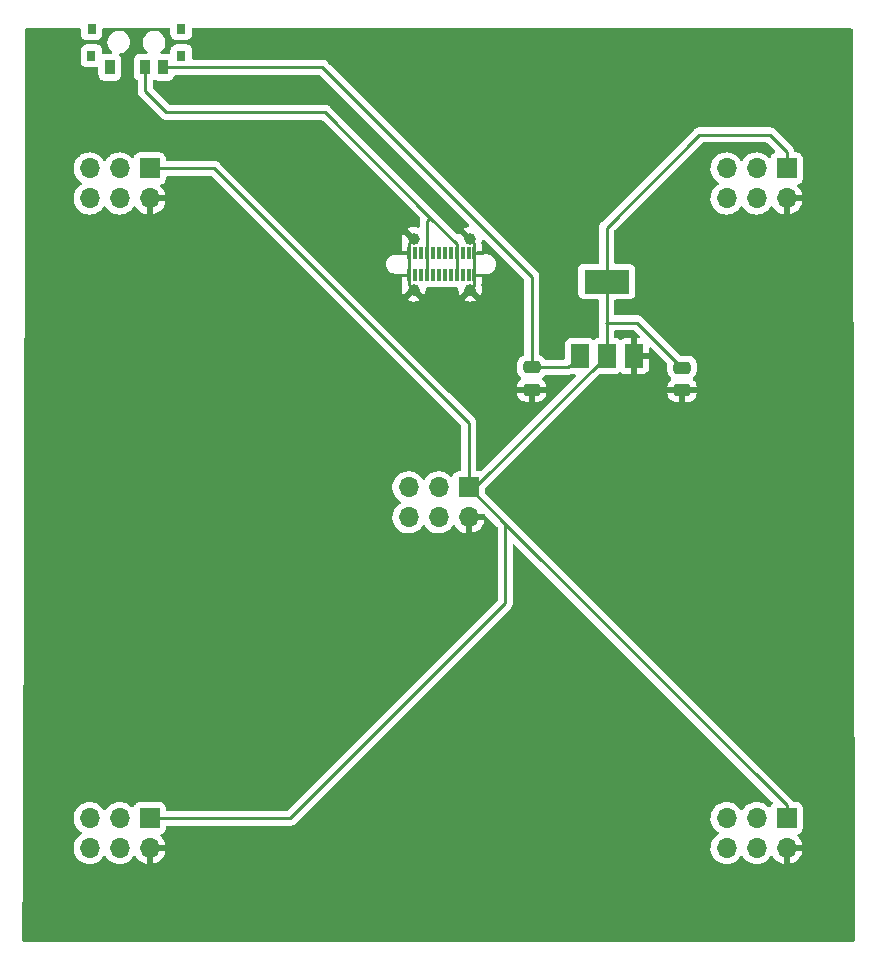
<source format=gbr>
%TF.GenerationSoftware,KiCad,Pcbnew,(5.99.0-9526-g5c17ff0595)*%
%TF.CreationDate,2021-07-10T19:15:02-05:00*%
%TF.ProjectId,DesktopHolder,4465736b-746f-4704-986f-6c6465722e6b,rev?*%
%TF.SameCoordinates,Original*%
%TF.FileFunction,Copper,L2,Bot*%
%TF.FilePolarity,Positive*%
%FSLAX46Y46*%
G04 Gerber Fmt 4.6, Leading zero omitted, Abs format (unit mm)*
G04 Created by KiCad (PCBNEW (5.99.0-9526-g5c17ff0595)) date 2021-07-10 19:15:02*
%MOMM*%
%LPD*%
G01*
G04 APERTURE LIST*
G04 Aperture macros list*
%AMRoundRect*
0 Rectangle with rounded corners*
0 $1 Rounding radius*
0 $2 $3 $4 $5 $6 $7 $8 $9 X,Y pos of 4 corners*
0 Add a 4 corners polygon primitive as box body*
4,1,4,$2,$3,$4,$5,$6,$7,$8,$9,$2,$3,0*
0 Add four circle primitives for the rounded corners*
1,1,$1+$1,$2,$3*
1,1,$1+$1,$4,$5*
1,1,$1+$1,$6,$7*
1,1,$1+$1,$8,$9*
0 Add four rect primitives between the rounded corners*
20,1,$1+$1,$2,$3,$4,$5,0*
20,1,$1+$1,$4,$5,$6,$7,0*
20,1,$1+$1,$6,$7,$8,$9,0*
20,1,$1+$1,$8,$9,$2,$3,0*%
G04 Aperture macros list end*
%TA.AperFunction,ComponentPad*%
%ADD10R,1.700000X1.700000*%
%TD*%
%TA.AperFunction,ComponentPad*%
%ADD11O,1.700000X1.700000*%
%TD*%
%TA.AperFunction,SMDPad,CuDef*%
%ADD12R,0.900000X1.250000*%
%TD*%
%TA.AperFunction,SMDPad,CuDef*%
%ADD13R,0.800000X0.900000*%
%TD*%
%TA.AperFunction,SMDPad,CuDef*%
%ADD14RoundRect,0.250000X0.475000X-0.250000X0.475000X0.250000X-0.475000X0.250000X-0.475000X-0.250000X0*%
%TD*%
%TA.AperFunction,SMDPad,CuDef*%
%ADD15R,1.500000X2.000000*%
%TD*%
%TA.AperFunction,SMDPad,CuDef*%
%ADD16R,3.800000X2.000000*%
%TD*%
%TA.AperFunction,SMDPad,CuDef*%
%ADD17R,0.300000X1.000000*%
%TD*%
%TA.AperFunction,ComponentPad*%
%ADD18C,1.000000*%
%TD*%
%TA.AperFunction,Conductor*%
%ADD19C,0.250000*%
%TD*%
G04 APERTURE END LIST*
D10*
%TO.P,J5,1,Pin_1*%
%TO.N,VCC*%
X126975000Y-120650000D03*
D11*
%TO.P,J5,2,Pin_2*%
%TO.N,VSS*%
X126975000Y-123190000D03*
%TO.P,J5,3,Pin_3*%
%TO.N,unconnected-(J5-Pad3)*%
X124435000Y-120650000D03*
%TO.P,J5,4,Pin_4*%
%TO.N,unconnected-(J5-Pad4)*%
X124435000Y-123190000D03*
%TO.P,J5,5,Pin_5*%
%TO.N,unconnected-(J5-Pad5)*%
X121895000Y-120650000D03*
%TO.P,J5,6,Pin_6*%
%TO.N,unconnected-(J5-Pad6)*%
X121895000Y-123190000D03*
%TD*%
D10*
%TO.P,J2,1,Pin_1*%
%TO.N,VCC*%
X180900000Y-65650000D03*
D11*
%TO.P,J2,2,Pin_2*%
%TO.N,VSS*%
X180900000Y-68190000D03*
%TO.P,J2,3,Pin_3*%
%TO.N,unconnected-(J2-Pad3)*%
X178360000Y-65650000D03*
%TO.P,J2,4,Pin_4*%
%TO.N,unconnected-(J2-Pad4)*%
X178360000Y-68190000D03*
%TO.P,J2,5,Pin_5*%
%TO.N,unconnected-(J2-Pad5)*%
X175820000Y-65650000D03*
%TO.P,J2,6,Pin_6*%
%TO.N,unconnected-(J2-Pad6)*%
X175820000Y-68190000D03*
%TD*%
D10*
%TO.P,J1,1,Pin_1*%
%TO.N,VCC*%
X126975000Y-65650000D03*
D11*
%TO.P,J1,2,Pin_2*%
%TO.N,VSS*%
X126975000Y-68190000D03*
%TO.P,J1,3,Pin_3*%
%TO.N,unconnected-(J1-Pad3)*%
X124435000Y-65650000D03*
%TO.P,J1,4,Pin_4*%
%TO.N,unconnected-(J1-Pad4)*%
X124435000Y-68190000D03*
%TO.P,J1,5,Pin_5*%
%TO.N,unconnected-(J1-Pad5)*%
X121895000Y-65650000D03*
%TO.P,J1,6,Pin_6*%
%TO.N,unconnected-(J1-Pad6)*%
X121895000Y-68190000D03*
%TD*%
D10*
%TO.P,J3,1,Pin_1*%
%TO.N,VCC*%
X153975000Y-92650000D03*
D11*
%TO.P,J3,2,Pin_2*%
%TO.N,VSS*%
X153975000Y-95190000D03*
%TO.P,J3,3,Pin_3*%
%TO.N,unconnected-(J3-Pad3)*%
X151435000Y-92650000D03*
%TO.P,J3,4,Pin_4*%
%TO.N,unconnected-(J3-Pad4)*%
X151435000Y-95190000D03*
%TO.P,J3,5,Pin_5*%
%TO.N,unconnected-(J3-Pad5)*%
X148895000Y-92650000D03*
%TO.P,J3,6,Pin_6*%
%TO.N,unconnected-(J3-Pad6)*%
X148895000Y-95190000D03*
%TD*%
D10*
%TO.P,J4,1,Pin_1*%
%TO.N,VCC*%
X180900000Y-120650000D03*
D11*
%TO.P,J4,2,Pin_2*%
%TO.N,VSS*%
X180900000Y-123190000D03*
%TO.P,J4,3,Pin_3*%
%TO.N,unconnected-(J4-Pad3)*%
X178360000Y-120650000D03*
%TO.P,J4,4,Pin_4*%
%TO.N,unconnected-(J4-Pad4)*%
X178360000Y-123190000D03*
%TO.P,J4,5,Pin_5*%
%TO.N,unconnected-(J4-Pad5)*%
X175820000Y-120650000D03*
%TO.P,J4,6,Pin_6*%
%TO.N,unconnected-(J4-Pad6)*%
X175820000Y-123190000D03*
%TD*%
D12*
%TO.P,Power1,1,A*%
%TO.N,Net-(C1-Pad2)*%
X128105000Y-57075000D03*
%TO.P,Power1,2,B*%
%TO.N,+5V*%
X126605000Y-57075000D03*
%TO.P,Power1,3,C*%
%TO.N,unconnected-(Power1-Pad3)*%
X123605000Y-57075000D03*
D13*
%TO.P,Power1,4*%
%TO.N,N/C*%
X129655000Y-56100000D03*
X122045000Y-56100000D03*
X122055000Y-53800000D03*
X129655000Y-53800000D03*
%TD*%
D14*
%TO.P,C2,1*%
%TO.N,VSS*%
X172050000Y-84400000D03*
%TO.P,C2,2*%
%TO.N,VCC*%
X172050000Y-82500000D03*
%TD*%
%TO.P,C1,1*%
%TO.N,VSS*%
X159325000Y-84375000D03*
%TO.P,C1,2*%
%TO.N,Net-(C1-Pad2)*%
X159325000Y-82475000D03*
%TD*%
D15*
%TO.P,U1,1,GND*%
%TO.N,VSS*%
X167975000Y-81525000D03*
%TO.P,U1,2,VO*%
%TO.N,VCC*%
X165675000Y-81525000D03*
D16*
X165675000Y-75225000D03*
D15*
%TO.P,U1,3,VI*%
%TO.N,Net-(C1-Pad2)*%
X163375000Y-81525000D03*
%TD*%
D17*
%TO.P,P1,A1,GND*%
%TO.N,VSS*%
X154475000Y-72800000D03*
%TO.P,P1,A2,TX1+*%
%TO.N,unconnected-(P1-PadA2)*%
X153975000Y-72800000D03*
%TO.P,P1,A3,TX1-*%
%TO.N,unconnected-(P1-PadA3)*%
X153475000Y-72800000D03*
%TO.P,P1,A4,VBUS*%
%TO.N,+5V*%
X152975000Y-72800000D03*
%TO.P,P1,A5,CC*%
%TO.N,unconnected-(P1-PadA5)*%
X152475000Y-72800000D03*
%TO.P,P1,A6,D+*%
%TO.N,unconnected-(P1-PadA6)*%
X151975000Y-72800000D03*
%TO.P,P1,A7,D-*%
%TO.N,unconnected-(P1-PadA7)*%
X151475000Y-72800000D03*
%TO.P,P1,A8,SBU1*%
%TO.N,unconnected-(P1-PadA8)*%
X150975000Y-72800000D03*
%TO.P,P1,A9,VBUS*%
%TO.N,+5V*%
X150475000Y-72800000D03*
%TO.P,P1,A10,RX2-*%
%TO.N,unconnected-(P1-PadA10)*%
X149975000Y-72800000D03*
%TO.P,P1,A11,RX2+*%
%TO.N,unconnected-(P1-PadA11)*%
X149475000Y-72800000D03*
%TO.P,P1,A12,GND*%
%TO.N,VSS*%
X148975000Y-72800000D03*
%TO.P,P1,B1,GND*%
X148975000Y-74700000D03*
%TO.P,P1,B2,TX2+*%
%TO.N,unconnected-(P1-PadB2)*%
X149475000Y-74700000D03*
%TO.P,P1,B3,TX2-*%
%TO.N,unconnected-(P1-PadB3)*%
X149975000Y-74700000D03*
%TO.P,P1,B4,VBUS*%
%TO.N,+5V*%
X150475000Y-74700000D03*
%TO.P,P1,B5,VCONN*%
%TO.N,unconnected-(P1-PadB5)*%
X150975000Y-74700000D03*
%TO.P,P1,B6,D+*%
%TO.N,unconnected-(P1-PadA6)*%
X151475000Y-74700000D03*
%TO.P,P1,B7,D-*%
%TO.N,unconnected-(P1-PadA7)*%
X151975000Y-74700000D03*
%TO.P,P1,B8,SBU2*%
%TO.N,unconnected-(P1-PadB8)*%
X152475000Y-74700000D03*
%TO.P,P1,B9,VBUS*%
%TO.N,+5V*%
X152975000Y-74700000D03*
%TO.P,P1,B10,RX1-*%
%TO.N,unconnected-(P1-PadB10)*%
X153475000Y-74700000D03*
%TO.P,P1,B11,RX1+*%
%TO.N,unconnected-(P1-PadB11)*%
X153975000Y-74700000D03*
%TO.P,P1,B12,GND*%
%TO.N,VSS*%
X154475000Y-74700000D03*
D18*
%TO.P,P1,S1,SHIELD*%
X154125000Y-71600000D03*
X149325000Y-71600000D03*
X154125000Y-75900000D03*
X149325000Y-75900000D03*
%TD*%
D19*
%TO.N,Net-(C1-Pad2)*%
X141600000Y-57075000D02*
X159325000Y-74800000D01*
X128105000Y-57075000D02*
X141600000Y-57075000D01*
X159325000Y-82475000D02*
X162425000Y-82475000D01*
X159325000Y-74800000D02*
X159325000Y-82475000D01*
X162425000Y-82475000D02*
X163375000Y-81525000D01*
%TO.N,VSS*%
X154475000Y-72800000D02*
X154475000Y-71950000D01*
X148975000Y-72800000D02*
X148975000Y-74700000D01*
X148975000Y-74700000D02*
X148975000Y-75550000D01*
X154475000Y-71950000D02*
X154125000Y-71600000D01*
X154475000Y-74700000D02*
X154475000Y-75550000D01*
X154475000Y-72800000D02*
X154475000Y-74700000D01*
X148975000Y-72800000D02*
X148975000Y-71950000D01*
X154475000Y-74700000D02*
X155610000Y-74700000D01*
X147680000Y-72800000D02*
X147530000Y-72650000D01*
X147920000Y-74700000D02*
X147820000Y-74800000D01*
X155210000Y-72800000D02*
X155230000Y-72820000D01*
X148975000Y-74700000D02*
X147920000Y-74700000D01*
X148975000Y-71950000D02*
X149325000Y-71600000D01*
X154475000Y-75550000D02*
X154125000Y-75900000D01*
X148975000Y-75550000D02*
X149325000Y-75900000D01*
X148975000Y-72800000D02*
X147680000Y-72800000D01*
X154475000Y-72800000D02*
X155210000Y-72800000D01*
%TO.N,VCC*%
X132450000Y-65650000D02*
X126975000Y-65650000D01*
X165675000Y-78725000D02*
X165675000Y-75225000D01*
X157075000Y-95750000D02*
X157075000Y-102475000D01*
X157075000Y-102475000D02*
X138900000Y-120650000D01*
X173525000Y-62800000D02*
X179475000Y-62800000D01*
X138900000Y-120650000D02*
X126975000Y-120650000D01*
X153975000Y-92650000D02*
X153975000Y-87175000D01*
X165675000Y-75225000D02*
X165675000Y-70650000D01*
X165650000Y-78700000D02*
X165675000Y-78725000D01*
X172050000Y-82500000D02*
X168250000Y-78700000D01*
X154550000Y-92650000D02*
X153975000Y-92650000D01*
X180900000Y-64225000D02*
X180900000Y-65650000D01*
X180900000Y-119575000D02*
X180900000Y-120650000D01*
X165675000Y-81525000D02*
X154550000Y-92650000D01*
X153975000Y-87175000D02*
X132450000Y-65650000D01*
X165675000Y-70650000D02*
X173525000Y-62800000D01*
X179475000Y-62800000D02*
X180900000Y-64225000D01*
X165675000Y-78725000D02*
X165675000Y-81525000D01*
X168250000Y-78700000D02*
X165650000Y-78700000D01*
X157075000Y-95750000D02*
X180900000Y-119575000D01*
X153975000Y-92650000D02*
X157075000Y-95750000D01*
%TO.N,+5V*%
X150737500Y-69812500D02*
X141825000Y-60900000D01*
X152975000Y-74700000D02*
X152975000Y-72800000D01*
X141825000Y-60900000D02*
X128400000Y-60900000D01*
X150475000Y-74700000D02*
X150475000Y-72800000D01*
X152975000Y-72800000D02*
X152975000Y-72050000D01*
X150475000Y-70075000D02*
X150737500Y-69812500D01*
X150475000Y-72800000D02*
X150475000Y-70075000D01*
X128400000Y-60900000D02*
X126605000Y-59105000D01*
X152975000Y-72050000D02*
X150737500Y-69812500D01*
X126605000Y-59105000D02*
X126605000Y-57075000D01*
%TD*%
%TA.AperFunction,Conductor*%
%TO.N,VSS*%
G36*
X121083621Y-53756902D02*
G01*
X121130114Y-53810558D01*
X121141500Y-53862900D01*
X121141500Y-54250000D01*
X121146727Y-54323079D01*
X121187904Y-54463316D01*
X121192775Y-54470895D01*
X121262051Y-54578691D01*
X121262053Y-54578694D01*
X121266923Y-54586271D01*
X121273733Y-54592172D01*
X121370569Y-54676082D01*
X121370572Y-54676084D01*
X121377381Y-54681984D01*
X121510330Y-54742700D01*
X121519245Y-54743982D01*
X121519246Y-54743982D01*
X121650552Y-54762861D01*
X121650559Y-54762862D01*
X121655000Y-54763500D01*
X122455000Y-54763500D01*
X122528079Y-54758273D01*
X122606165Y-54735345D01*
X122659670Y-54719635D01*
X122659672Y-54719634D01*
X122668316Y-54717096D01*
X122732135Y-54676082D01*
X122783691Y-54642949D01*
X122783694Y-54642947D01*
X122791271Y-54638077D01*
X122831048Y-54592172D01*
X122881082Y-54534431D01*
X122881084Y-54534428D01*
X122886984Y-54527619D01*
X122947700Y-54394670D01*
X122958962Y-54316340D01*
X122967861Y-54254448D01*
X122967862Y-54254441D01*
X122968500Y-54250000D01*
X122968500Y-53862900D01*
X122988502Y-53794779D01*
X123042158Y-53748286D01*
X123094500Y-53736900D01*
X124292506Y-53736900D01*
X124305335Y-53740667D01*
X124305956Y-53740312D01*
X124335078Y-53736900D01*
X127292506Y-53736900D01*
X127305335Y-53740667D01*
X127305956Y-53740312D01*
X127335078Y-53736900D01*
X128615500Y-53736900D01*
X128683621Y-53756902D01*
X128730114Y-53810558D01*
X128741500Y-53862900D01*
X128741500Y-54250000D01*
X128746727Y-54323079D01*
X128787904Y-54463316D01*
X128792775Y-54470895D01*
X128862051Y-54578691D01*
X128862053Y-54578694D01*
X128866923Y-54586271D01*
X128873733Y-54592172D01*
X128970569Y-54676082D01*
X128970572Y-54676084D01*
X128977381Y-54681984D01*
X129110330Y-54742700D01*
X129119245Y-54743982D01*
X129119246Y-54743982D01*
X129250552Y-54762861D01*
X129250559Y-54762862D01*
X129255000Y-54763500D01*
X130055000Y-54763500D01*
X130128079Y-54758273D01*
X130206165Y-54735345D01*
X130259670Y-54719635D01*
X130259672Y-54719634D01*
X130268316Y-54717096D01*
X130332135Y-54676082D01*
X130383691Y-54642949D01*
X130383694Y-54642947D01*
X130391271Y-54638077D01*
X130431048Y-54592172D01*
X130481082Y-54534431D01*
X130481084Y-54534428D01*
X130486984Y-54527619D01*
X130547700Y-54394670D01*
X130558962Y-54316340D01*
X130567861Y-54254448D01*
X130567862Y-54254441D01*
X130568500Y-54250000D01*
X130568500Y-53862900D01*
X130588502Y-53794779D01*
X130642158Y-53748286D01*
X130694500Y-53736900D01*
X185764434Y-53736900D01*
X185770869Y-53737064D01*
X186251698Y-53761651D01*
X186263962Y-53762883D01*
X186279654Y-53765238D01*
X186393395Y-53782311D01*
X186457792Y-53812203D01*
X186495806Y-53872166D01*
X186500692Y-53906630D01*
X186611500Y-102978382D01*
X186660154Y-124525096D01*
X186674715Y-130973715D01*
X186654866Y-131041881D01*
X186601316Y-131088495D01*
X186548715Y-131100000D01*
X116326366Y-131100000D01*
X116258245Y-131079998D01*
X116211752Y-131026342D01*
X116200367Y-130973634D01*
X116219028Y-124552368D01*
X116306307Y-94518461D01*
X116389903Y-65752233D01*
X120535338Y-65752233D01*
X120572002Y-65979861D01*
X120646494Y-66198056D01*
X120756685Y-66400580D01*
X120899424Y-66581644D01*
X120952539Y-66629553D01*
X121066659Y-66732489D01*
X121066665Y-66732494D01*
X121070629Y-66736069D01*
X121075142Y-66738928D01*
X121075144Y-66738929D01*
X121193242Y-66813731D01*
X121240087Y-66867079D01*
X121250654Y-66937285D01*
X121221587Y-67002058D01*
X121191186Y-67027894D01*
X121096196Y-67085535D01*
X121096189Y-67085540D01*
X121091631Y-67088306D01*
X121087601Y-67091803D01*
X120994426Y-67172656D01*
X120917492Y-67239415D01*
X120914109Y-67243541D01*
X120914105Y-67243545D01*
X120841768Y-67331767D01*
X120771304Y-67417705D01*
X120768666Y-67422339D01*
X120768663Y-67422344D01*
X120671166Y-67593621D01*
X120657245Y-67618077D01*
X120578578Y-67834802D01*
X120577629Y-67840051D01*
X120577628Y-67840054D01*
X120560997Y-67932027D01*
X120537551Y-68061683D01*
X120535338Y-68292233D01*
X120572002Y-68519861D01*
X120646494Y-68738056D01*
X120756685Y-68940580D01*
X120899424Y-69121644D01*
X120903389Y-69125220D01*
X121066659Y-69272489D01*
X121066665Y-69272494D01*
X121070629Y-69276069D01*
X121265406Y-69399439D01*
X121478184Y-69488228D01*
X121483387Y-69489425D01*
X121483392Y-69489426D01*
X121697678Y-69538701D01*
X121697683Y-69538702D01*
X121702881Y-69539897D01*
X121708209Y-69540200D01*
X121708212Y-69540200D01*
X121864293Y-69549063D01*
X121933071Y-69552968D01*
X121938378Y-69552368D01*
X121938380Y-69552368D01*
X122059272Y-69538701D01*
X122162173Y-69527068D01*
X122167288Y-69525587D01*
X122167292Y-69525586D01*
X122292161Y-69489426D01*
X122383635Y-69462937D01*
X122591125Y-69362409D01*
X122595463Y-69359309D01*
X122595468Y-69359306D01*
X122774370Y-69231459D01*
X122778711Y-69228357D01*
X122941030Y-69064617D01*
X122944090Y-69060255D01*
X122944095Y-69060249D01*
X123062634Y-68891271D01*
X123118130Y-68846990D01*
X123188755Y-68839743D01*
X123252088Y-68871829D01*
X123276461Y-68903410D01*
X123296685Y-68940580D01*
X123439424Y-69121644D01*
X123443389Y-69125220D01*
X123606659Y-69272489D01*
X123606665Y-69272494D01*
X123610629Y-69276069D01*
X123805406Y-69399439D01*
X124018184Y-69488228D01*
X124023387Y-69489425D01*
X124023392Y-69489426D01*
X124237678Y-69538701D01*
X124237683Y-69538702D01*
X124242881Y-69539897D01*
X124248209Y-69540200D01*
X124248212Y-69540200D01*
X124404293Y-69549063D01*
X124473071Y-69552968D01*
X124478378Y-69552368D01*
X124478380Y-69552368D01*
X124599272Y-69538701D01*
X124702173Y-69527068D01*
X124707288Y-69525587D01*
X124707292Y-69525586D01*
X124832161Y-69489426D01*
X124923635Y-69462937D01*
X125131125Y-69362409D01*
X125135463Y-69359309D01*
X125135468Y-69359306D01*
X125314370Y-69231459D01*
X125318711Y-69228357D01*
X125481030Y-69064617D01*
X125602953Y-68890816D01*
X125658449Y-68846536D01*
X125729075Y-68839289D01*
X125792407Y-68871375D01*
X125816781Y-68902958D01*
X125834550Y-68935617D01*
X125840402Y-68944491D01*
X125976486Y-69117113D01*
X125983750Y-69124875D01*
X126146967Y-69272094D01*
X126155444Y-69278528D01*
X126341122Y-69396136D01*
X126350567Y-69401053D01*
X126553406Y-69485694D01*
X126563545Y-69488950D01*
X126703345Y-69521096D01*
X126717422Y-69520257D01*
X126721000Y-69510999D01*
X126721000Y-68457548D01*
X127229000Y-68457548D01*
X127229000Y-69509941D01*
X127233151Y-69524079D01*
X127243798Y-69525774D01*
X127247192Y-69525096D01*
X127458333Y-69463954D01*
X127468259Y-69460143D01*
X127666065Y-69364307D01*
X127675212Y-69358876D01*
X127854041Y-69231083D01*
X127862149Y-69224182D01*
X128016893Y-69068082D01*
X128023706Y-69059933D01*
X128149940Y-68879988D01*
X128155295Y-68870787D01*
X128249399Y-68672156D01*
X128253123Y-68662197D01*
X128310968Y-68455718D01*
X128309430Y-68447351D01*
X128297137Y-68444000D01*
X127247115Y-68444000D01*
X127231876Y-68448475D01*
X127230671Y-68449865D01*
X127229000Y-68457548D01*
X126721000Y-68457548D01*
X126721000Y-68062000D01*
X126741002Y-67993879D01*
X126794658Y-67947386D01*
X126847000Y-67936000D01*
X128294079Y-67936000D01*
X128307610Y-67932027D01*
X128308876Y-67923218D01*
X128261954Y-67742433D01*
X128258419Y-67732395D01*
X128168147Y-67531998D01*
X128162967Y-67522692D01*
X128040218Y-67340366D01*
X128033557Y-67332080D01*
X127905331Y-67197665D01*
X127872784Y-67134568D01*
X127879515Y-67063891D01*
X127923389Y-67008074D01*
X127961003Y-66989797D01*
X128029670Y-66969635D01*
X128029672Y-66969634D01*
X128038316Y-66967096D01*
X128076472Y-66942574D01*
X128153691Y-66892949D01*
X128153694Y-66892947D01*
X128161271Y-66888077D01*
X128201048Y-66842172D01*
X128251082Y-66784431D01*
X128251084Y-66784428D01*
X128256984Y-66777619D01*
X128317700Y-66644670D01*
X128324926Y-66594411D01*
X128337861Y-66504448D01*
X128337862Y-66504441D01*
X128338500Y-66500000D01*
X128338500Y-66409500D01*
X128358502Y-66341379D01*
X128412158Y-66294886D01*
X128464500Y-66283500D01*
X132135406Y-66283500D01*
X132203527Y-66303502D01*
X132224501Y-66320405D01*
X153304595Y-87400499D01*
X153338621Y-87462811D01*
X153341500Y-87489594D01*
X153341500Y-91160500D01*
X153321498Y-91228621D01*
X153267842Y-91275114D01*
X153215500Y-91286500D01*
X153125000Y-91286500D01*
X153051921Y-91291727D01*
X152998884Y-91307300D01*
X152920330Y-91330365D01*
X152920328Y-91330366D01*
X152911684Y-91332904D01*
X152891350Y-91345972D01*
X152796309Y-91407051D01*
X152796306Y-91407053D01*
X152788729Y-91411923D01*
X152782828Y-91418733D01*
X152698918Y-91515569D01*
X152698916Y-91515572D01*
X152693016Y-91522381D01*
X152632300Y-91655330D01*
X152631215Y-91662875D01*
X152593209Y-91722011D01*
X152528628Y-91751504D01*
X152458354Y-91741399D01*
X152419528Y-91713757D01*
X152342167Y-91632661D01*
X152342162Y-91632656D01*
X152338482Y-91628799D01*
X152153504Y-91491171D01*
X152148753Y-91488755D01*
X152148749Y-91488753D01*
X151952740Y-91389097D01*
X151952739Y-91389097D01*
X151947982Y-91386678D01*
X151807033Y-91342912D01*
X151732895Y-91319891D01*
X151732889Y-91319890D01*
X151727792Y-91318307D01*
X151622798Y-91304391D01*
X151504515Y-91288714D01*
X151504510Y-91288714D01*
X151499230Y-91288014D01*
X151493900Y-91288214D01*
X151493899Y-91288214D01*
X151400320Y-91291727D01*
X151268831Y-91296663D01*
X151218136Y-91307300D01*
X151048411Y-91342912D01*
X151048408Y-91342913D01*
X151043184Y-91344009D01*
X150828740Y-91428697D01*
X150631631Y-91548306D01*
X150627601Y-91551803D01*
X150500280Y-91662286D01*
X150457492Y-91699415D01*
X150454109Y-91703541D01*
X150454105Y-91703545D01*
X150423067Y-91741399D01*
X150311304Y-91877705D01*
X150308667Y-91882338D01*
X150308666Y-91882339D01*
X150275116Y-91941278D01*
X150224033Y-91990584D01*
X150154402Y-92004445D01*
X150088332Y-91978461D01*
X150061094Y-91949312D01*
X150055686Y-91941278D01*
X149957627Y-91795626D01*
X149798482Y-91628799D01*
X149613504Y-91491171D01*
X149608753Y-91488755D01*
X149608749Y-91488753D01*
X149412740Y-91389097D01*
X149412739Y-91389097D01*
X149407982Y-91386678D01*
X149267033Y-91342912D01*
X149192895Y-91319891D01*
X149192889Y-91319890D01*
X149187792Y-91318307D01*
X149082798Y-91304391D01*
X148964515Y-91288714D01*
X148964510Y-91288714D01*
X148959230Y-91288014D01*
X148953900Y-91288214D01*
X148953899Y-91288214D01*
X148860320Y-91291727D01*
X148728831Y-91296663D01*
X148678136Y-91307300D01*
X148508411Y-91342912D01*
X148508408Y-91342913D01*
X148503184Y-91344009D01*
X148288740Y-91428697D01*
X148091631Y-91548306D01*
X148087601Y-91551803D01*
X147960280Y-91662286D01*
X147917492Y-91699415D01*
X147914109Y-91703541D01*
X147914105Y-91703545D01*
X147883067Y-91741399D01*
X147771304Y-91877705D01*
X147768666Y-91882339D01*
X147768663Y-91882344D01*
X147713950Y-91978461D01*
X147657245Y-92078077D01*
X147578578Y-92294802D01*
X147537551Y-92521683D01*
X147537500Y-92527023D01*
X147535643Y-92720499D01*
X147535338Y-92752233D01*
X147572002Y-92979861D01*
X147646494Y-93198056D01*
X147756685Y-93400580D01*
X147899424Y-93581644D01*
X147952539Y-93629553D01*
X148066659Y-93732489D01*
X148066665Y-93732494D01*
X148070629Y-93736069D01*
X148075142Y-93738928D01*
X148075144Y-93738929D01*
X148193242Y-93813731D01*
X148240087Y-93867079D01*
X148250654Y-93937285D01*
X148221587Y-94002058D01*
X148191186Y-94027894D01*
X148096196Y-94085535D01*
X148096189Y-94085540D01*
X148091631Y-94088306D01*
X148087601Y-94091803D01*
X147994426Y-94172656D01*
X147917492Y-94239415D01*
X147914109Y-94243541D01*
X147914105Y-94243545D01*
X147841768Y-94331767D01*
X147771304Y-94417705D01*
X147768666Y-94422339D01*
X147768663Y-94422344D01*
X147671166Y-94593621D01*
X147657245Y-94618077D01*
X147578578Y-94834802D01*
X147577629Y-94840051D01*
X147577628Y-94840054D01*
X147558219Y-94947386D01*
X147537551Y-95061683D01*
X147537500Y-95067023D01*
X147535408Y-95284971D01*
X147535338Y-95292233D01*
X147572002Y-95519861D01*
X147646494Y-95738056D01*
X147756685Y-95940580D01*
X147899424Y-96121644D01*
X147903389Y-96125220D01*
X148066659Y-96272489D01*
X148066665Y-96272494D01*
X148070629Y-96276069D01*
X148265406Y-96399439D01*
X148478184Y-96488228D01*
X148483387Y-96489425D01*
X148483392Y-96489426D01*
X148697678Y-96538701D01*
X148697683Y-96538702D01*
X148702881Y-96539897D01*
X148708209Y-96540200D01*
X148708212Y-96540200D01*
X148864293Y-96549063D01*
X148933071Y-96552968D01*
X148938378Y-96552368D01*
X148938380Y-96552368D01*
X149059272Y-96538701D01*
X149162173Y-96527068D01*
X149167288Y-96525587D01*
X149167292Y-96525586D01*
X149292161Y-96489426D01*
X149383635Y-96462937D01*
X149591125Y-96362409D01*
X149595463Y-96359309D01*
X149595468Y-96359306D01*
X149774370Y-96231459D01*
X149778711Y-96228357D01*
X149941030Y-96064617D01*
X149944090Y-96060255D01*
X149944095Y-96060249D01*
X150062634Y-95891271D01*
X150118130Y-95846990D01*
X150188755Y-95839743D01*
X150252088Y-95871829D01*
X150276461Y-95903410D01*
X150296685Y-95940580D01*
X150439424Y-96121644D01*
X150443389Y-96125220D01*
X150606659Y-96272489D01*
X150606665Y-96272494D01*
X150610629Y-96276069D01*
X150805406Y-96399439D01*
X151018184Y-96488228D01*
X151023387Y-96489425D01*
X151023392Y-96489426D01*
X151237678Y-96538701D01*
X151237683Y-96538702D01*
X151242881Y-96539897D01*
X151248209Y-96540200D01*
X151248212Y-96540200D01*
X151404293Y-96549063D01*
X151473071Y-96552968D01*
X151478378Y-96552368D01*
X151478380Y-96552368D01*
X151599272Y-96538701D01*
X151702173Y-96527068D01*
X151707288Y-96525587D01*
X151707292Y-96525586D01*
X151832161Y-96489426D01*
X151923635Y-96462937D01*
X152131125Y-96362409D01*
X152135463Y-96359309D01*
X152135468Y-96359306D01*
X152314370Y-96231459D01*
X152318711Y-96228357D01*
X152481030Y-96064617D01*
X152602953Y-95890816D01*
X152658449Y-95846536D01*
X152729075Y-95839289D01*
X152792407Y-95871375D01*
X152816781Y-95902958D01*
X152834550Y-95935617D01*
X152840402Y-95944491D01*
X152976486Y-96117113D01*
X152983750Y-96124875D01*
X153146967Y-96272094D01*
X153155444Y-96278528D01*
X153341122Y-96396136D01*
X153350567Y-96401053D01*
X153553406Y-96485694D01*
X153563545Y-96488950D01*
X153703345Y-96521096D01*
X153717422Y-96520257D01*
X153721000Y-96510999D01*
X153721000Y-95457548D01*
X154229000Y-95457548D01*
X154229000Y-96509941D01*
X154233151Y-96524079D01*
X154243798Y-96525774D01*
X154247192Y-96525096D01*
X154458333Y-96463954D01*
X154468259Y-96460143D01*
X154666065Y-96364307D01*
X154675212Y-96358876D01*
X154854041Y-96231083D01*
X154862149Y-96224182D01*
X155016893Y-96068082D01*
X155023706Y-96059933D01*
X155149940Y-95879988D01*
X155155295Y-95870787D01*
X155249399Y-95672156D01*
X155253123Y-95662197D01*
X155310968Y-95455718D01*
X155309430Y-95447351D01*
X155297137Y-95444000D01*
X154247115Y-95444000D01*
X154231876Y-95448475D01*
X154230671Y-95449865D01*
X154229000Y-95457548D01*
X153721000Y-95457548D01*
X153721000Y-95062000D01*
X153741002Y-94993879D01*
X153794658Y-94947386D01*
X153847000Y-94936000D01*
X155312194Y-94936000D01*
X155312194Y-94940942D01*
X155348140Y-94940912D01*
X155401839Y-94972743D01*
X156404595Y-95975499D01*
X156438621Y-96037811D01*
X156441500Y-96064594D01*
X156441500Y-102160406D01*
X156421498Y-102228527D01*
X156404595Y-102249501D01*
X138674501Y-119979595D01*
X138612189Y-120013621D01*
X138585406Y-120016500D01*
X128464500Y-120016500D01*
X128396379Y-119996498D01*
X128349886Y-119942842D01*
X128338500Y-119890500D01*
X128338500Y-119800000D01*
X128333273Y-119726921D01*
X128305596Y-119632661D01*
X128294635Y-119595330D01*
X128294634Y-119595328D01*
X128292096Y-119586684D01*
X128230713Y-119491171D01*
X128217949Y-119471309D01*
X128217947Y-119471306D01*
X128213077Y-119463729D01*
X128170384Y-119426735D01*
X128109431Y-119373918D01*
X128109428Y-119373916D01*
X128102619Y-119368016D01*
X128004239Y-119323087D01*
X127977864Y-119311042D01*
X127977863Y-119311042D01*
X127969670Y-119307300D01*
X127960755Y-119306018D01*
X127960754Y-119306018D01*
X127829448Y-119287139D01*
X127829441Y-119287138D01*
X127825000Y-119286500D01*
X126125000Y-119286500D01*
X126051921Y-119291727D01*
X125998884Y-119307300D01*
X125920330Y-119330365D01*
X125920328Y-119330366D01*
X125911684Y-119332904D01*
X125891350Y-119345972D01*
X125796309Y-119407051D01*
X125796306Y-119407053D01*
X125788729Y-119411923D01*
X125782828Y-119418733D01*
X125698918Y-119515569D01*
X125698916Y-119515572D01*
X125693016Y-119522381D01*
X125632300Y-119655330D01*
X125631215Y-119662875D01*
X125593209Y-119722011D01*
X125528628Y-119751504D01*
X125458354Y-119741399D01*
X125419528Y-119713757D01*
X125342167Y-119632661D01*
X125342162Y-119632656D01*
X125338482Y-119628799D01*
X125153504Y-119491171D01*
X125148753Y-119488755D01*
X125148749Y-119488753D01*
X124952740Y-119389097D01*
X124952739Y-119389097D01*
X124947982Y-119386678D01*
X124807033Y-119342912D01*
X124732895Y-119319891D01*
X124732889Y-119319890D01*
X124727792Y-119318307D01*
X124622798Y-119304391D01*
X124504515Y-119288714D01*
X124504510Y-119288714D01*
X124499230Y-119288014D01*
X124493900Y-119288214D01*
X124493899Y-119288214D01*
X124400320Y-119291727D01*
X124268831Y-119296663D01*
X124224246Y-119306018D01*
X124048411Y-119342912D01*
X124048408Y-119342913D01*
X124043184Y-119344009D01*
X123828740Y-119428697D01*
X123631631Y-119548306D01*
X123627601Y-119551803D01*
X123500280Y-119662286D01*
X123457492Y-119699415D01*
X123454109Y-119703541D01*
X123454105Y-119703545D01*
X123429413Y-119733660D01*
X123311304Y-119877705D01*
X123308667Y-119882338D01*
X123308666Y-119882339D01*
X123275116Y-119941278D01*
X123224033Y-119990584D01*
X123154402Y-120004445D01*
X123088332Y-119978461D01*
X123061094Y-119949312D01*
X123056739Y-119942842D01*
X122957627Y-119795626D01*
X122798482Y-119628799D01*
X122613504Y-119491171D01*
X122608753Y-119488755D01*
X122608749Y-119488753D01*
X122412740Y-119389097D01*
X122412739Y-119389097D01*
X122407982Y-119386678D01*
X122267033Y-119342912D01*
X122192895Y-119319891D01*
X122192889Y-119319890D01*
X122187792Y-119318307D01*
X122082798Y-119304391D01*
X121964515Y-119288714D01*
X121964510Y-119288714D01*
X121959230Y-119288014D01*
X121953900Y-119288214D01*
X121953899Y-119288214D01*
X121860320Y-119291727D01*
X121728831Y-119296663D01*
X121684246Y-119306018D01*
X121508411Y-119342912D01*
X121508408Y-119342913D01*
X121503184Y-119344009D01*
X121288740Y-119428697D01*
X121091631Y-119548306D01*
X121087601Y-119551803D01*
X120960280Y-119662286D01*
X120917492Y-119699415D01*
X120914109Y-119703541D01*
X120914105Y-119703545D01*
X120889413Y-119733660D01*
X120771304Y-119877705D01*
X120768666Y-119882339D01*
X120768663Y-119882344D01*
X120709156Y-119986882D01*
X120657245Y-120078077D01*
X120578578Y-120294802D01*
X120537551Y-120521683D01*
X120535338Y-120752233D01*
X120572002Y-120979861D01*
X120646494Y-121198056D01*
X120649044Y-121202743D01*
X120649045Y-121202745D01*
X120654321Y-121212442D01*
X120756685Y-121400580D01*
X120899424Y-121581644D01*
X120952539Y-121629553D01*
X121066659Y-121732489D01*
X121066665Y-121732494D01*
X121070629Y-121736069D01*
X121075142Y-121738928D01*
X121075144Y-121738929D01*
X121193242Y-121813731D01*
X121240087Y-121867079D01*
X121250654Y-121937285D01*
X121221587Y-122002058D01*
X121191186Y-122027894D01*
X121096196Y-122085535D01*
X121096189Y-122085540D01*
X121091631Y-122088306D01*
X121087601Y-122091803D01*
X120994426Y-122172656D01*
X120917492Y-122239415D01*
X120914109Y-122243541D01*
X120914105Y-122243545D01*
X120841768Y-122331767D01*
X120771304Y-122417705D01*
X120768666Y-122422339D01*
X120768663Y-122422344D01*
X120671166Y-122593621D01*
X120657245Y-122618077D01*
X120578578Y-122834802D01*
X120577629Y-122840051D01*
X120577628Y-122840054D01*
X120560997Y-122932027D01*
X120537551Y-123061683D01*
X120535338Y-123292233D01*
X120572002Y-123519861D01*
X120646494Y-123738056D01*
X120756685Y-123940580D01*
X120899424Y-124121644D01*
X120903389Y-124125220D01*
X121066659Y-124272489D01*
X121066665Y-124272494D01*
X121070629Y-124276069D01*
X121265406Y-124399439D01*
X121478184Y-124488228D01*
X121483387Y-124489425D01*
X121483392Y-124489426D01*
X121697678Y-124538701D01*
X121697683Y-124538702D01*
X121702881Y-124539897D01*
X121708209Y-124540200D01*
X121708212Y-124540200D01*
X121864293Y-124549063D01*
X121933071Y-124552968D01*
X121938378Y-124552368D01*
X121938380Y-124552368D01*
X122059272Y-124538701D01*
X122162173Y-124527068D01*
X122167288Y-124525587D01*
X122167292Y-124525586D01*
X122292161Y-124489426D01*
X122383635Y-124462937D01*
X122591125Y-124362409D01*
X122595463Y-124359309D01*
X122595468Y-124359306D01*
X122774370Y-124231459D01*
X122778711Y-124228357D01*
X122941030Y-124064617D01*
X122944090Y-124060255D01*
X122944095Y-124060249D01*
X123062634Y-123891271D01*
X123118130Y-123846990D01*
X123188755Y-123839743D01*
X123252088Y-123871829D01*
X123276461Y-123903410D01*
X123296685Y-123940580D01*
X123439424Y-124121644D01*
X123443389Y-124125220D01*
X123606659Y-124272489D01*
X123606665Y-124272494D01*
X123610629Y-124276069D01*
X123805406Y-124399439D01*
X124018184Y-124488228D01*
X124023387Y-124489425D01*
X124023392Y-124489426D01*
X124237678Y-124538701D01*
X124237683Y-124538702D01*
X124242881Y-124539897D01*
X124248209Y-124540200D01*
X124248212Y-124540200D01*
X124404293Y-124549063D01*
X124473071Y-124552968D01*
X124478378Y-124552368D01*
X124478380Y-124552368D01*
X124599272Y-124538701D01*
X124702173Y-124527068D01*
X124707288Y-124525587D01*
X124707292Y-124525586D01*
X124832161Y-124489426D01*
X124923635Y-124462937D01*
X125131125Y-124362409D01*
X125135463Y-124359309D01*
X125135468Y-124359306D01*
X125314370Y-124231459D01*
X125318711Y-124228357D01*
X125481030Y-124064617D01*
X125602953Y-123890816D01*
X125658449Y-123846536D01*
X125729075Y-123839289D01*
X125792407Y-123871375D01*
X125816781Y-123902958D01*
X125834550Y-123935617D01*
X125840402Y-123944491D01*
X125976486Y-124117113D01*
X125983750Y-124124875D01*
X126146967Y-124272094D01*
X126155444Y-124278528D01*
X126341122Y-124396136D01*
X126350567Y-124401053D01*
X126553406Y-124485694D01*
X126563545Y-124488950D01*
X126703345Y-124521096D01*
X126717422Y-124520257D01*
X126721000Y-124510999D01*
X126721000Y-123457548D01*
X127229000Y-123457548D01*
X127229000Y-124509941D01*
X127233151Y-124524079D01*
X127243798Y-124525774D01*
X127247192Y-124525096D01*
X127458333Y-124463954D01*
X127468259Y-124460143D01*
X127666065Y-124364307D01*
X127675212Y-124358876D01*
X127854041Y-124231083D01*
X127862149Y-124224182D01*
X128016893Y-124068082D01*
X128023706Y-124059933D01*
X128149940Y-123879988D01*
X128155295Y-123870787D01*
X128249399Y-123672156D01*
X128253123Y-123662197D01*
X128310968Y-123455718D01*
X128309430Y-123447351D01*
X128297137Y-123444000D01*
X127247115Y-123444000D01*
X127231876Y-123448475D01*
X127230671Y-123449865D01*
X127229000Y-123457548D01*
X126721000Y-123457548D01*
X126721000Y-123062000D01*
X126741002Y-122993879D01*
X126794658Y-122947386D01*
X126847000Y-122936000D01*
X128294079Y-122936000D01*
X128307610Y-122932027D01*
X128308876Y-122923218D01*
X128261954Y-122742433D01*
X128258419Y-122732395D01*
X128168147Y-122531998D01*
X128162967Y-122522692D01*
X128040218Y-122340366D01*
X128033557Y-122332080D01*
X127905331Y-122197665D01*
X127872784Y-122134568D01*
X127879515Y-122063891D01*
X127923389Y-122008074D01*
X127961003Y-121989797D01*
X128029670Y-121969635D01*
X128029672Y-121969634D01*
X128038316Y-121967096D01*
X128076472Y-121942574D01*
X128153691Y-121892949D01*
X128153694Y-121892947D01*
X128161271Y-121888077D01*
X128201048Y-121842172D01*
X128251082Y-121784431D01*
X128251084Y-121784428D01*
X128256984Y-121777619D01*
X128317700Y-121644670D01*
X128324926Y-121594411D01*
X128337861Y-121504448D01*
X128337862Y-121504441D01*
X128338500Y-121500000D01*
X128338500Y-121409500D01*
X128358502Y-121341379D01*
X128412158Y-121294886D01*
X128464500Y-121283500D01*
X138821616Y-121283500D01*
X138832520Y-121284014D01*
X138839911Y-121285666D01*
X138847837Y-121285417D01*
X138847838Y-121285417D01*
X138906866Y-121283562D01*
X138910823Y-121283500D01*
X138939578Y-121283500D01*
X138943845Y-121282961D01*
X138955687Y-121282028D01*
X138987335Y-121281033D01*
X138991960Y-121280888D01*
X138999883Y-121280639D01*
X139019334Y-121274988D01*
X139038695Y-121270978D01*
X139041420Y-121270634D01*
X139050930Y-121269433D01*
X139050933Y-121269432D01*
X139058788Y-121268440D01*
X139066153Y-121265524D01*
X139066157Y-121265523D01*
X139099901Y-121252163D01*
X139111130Y-121248318D01*
X139153578Y-121235986D01*
X139160406Y-121231948D01*
X139171011Y-121225677D01*
X139188762Y-121216981D01*
X139200226Y-121212442D01*
X139200229Y-121212440D01*
X139207600Y-121209522D01*
X139243368Y-121183535D01*
X139253291Y-121177016D01*
X139291341Y-121154514D01*
X139291759Y-121154145D01*
X139305842Y-121140062D01*
X139320867Y-121127228D01*
X139337083Y-121115446D01*
X139365030Y-121081664D01*
X139373019Y-121072885D01*
X157467523Y-102978382D01*
X157475601Y-102971031D01*
X157481995Y-102966973D01*
X157527855Y-102918137D01*
X157530609Y-102915296D01*
X157550938Y-102894967D01*
X157553590Y-102891547D01*
X157561297Y-102882524D01*
X157586130Y-102856080D01*
X157591557Y-102850301D01*
X157595374Y-102843357D01*
X157595378Y-102843352D01*
X157601316Y-102832550D01*
X157612172Y-102816023D01*
X157619724Y-102806287D01*
X157624583Y-102800023D01*
X157642142Y-102759448D01*
X157647357Y-102748802D01*
X157668662Y-102710048D01*
X157673702Y-102690419D01*
X157680101Y-102671729D01*
X157688147Y-102653136D01*
X157695063Y-102609472D01*
X157697470Y-102597851D01*
X157706987Y-102560782D01*
X157706987Y-102560781D01*
X157708465Y-102555025D01*
X157708500Y-102554469D01*
X157708500Y-102534547D01*
X157710051Y-102514836D01*
X157711944Y-102502884D01*
X157713184Y-102495056D01*
X157709059Y-102451417D01*
X157708500Y-102439560D01*
X157708500Y-97583594D01*
X157728502Y-97515473D01*
X157782158Y-97468980D01*
X157852432Y-97458876D01*
X157917012Y-97488370D01*
X157923595Y-97494499D01*
X179689871Y-119260775D01*
X179723897Y-119323087D01*
X179718832Y-119393902D01*
X179696000Y-119432383D01*
X179623918Y-119515569D01*
X179623916Y-119515572D01*
X179618016Y-119522381D01*
X179557300Y-119655330D01*
X179556215Y-119662875D01*
X179518209Y-119722011D01*
X179453628Y-119751504D01*
X179383354Y-119741399D01*
X179344528Y-119713757D01*
X179267167Y-119632661D01*
X179267162Y-119632656D01*
X179263482Y-119628799D01*
X179078504Y-119491171D01*
X179073753Y-119488755D01*
X179073749Y-119488753D01*
X178877740Y-119389097D01*
X178877739Y-119389097D01*
X178872982Y-119386678D01*
X178732033Y-119342912D01*
X178657895Y-119319891D01*
X178657889Y-119319890D01*
X178652792Y-119318307D01*
X178547798Y-119304391D01*
X178429515Y-119288714D01*
X178429510Y-119288714D01*
X178424230Y-119288014D01*
X178418900Y-119288214D01*
X178418899Y-119288214D01*
X178325320Y-119291727D01*
X178193831Y-119296663D01*
X178149246Y-119306018D01*
X177973411Y-119342912D01*
X177973408Y-119342913D01*
X177968184Y-119344009D01*
X177753740Y-119428697D01*
X177556631Y-119548306D01*
X177552601Y-119551803D01*
X177425280Y-119662286D01*
X177382492Y-119699415D01*
X177379109Y-119703541D01*
X177379105Y-119703545D01*
X177354413Y-119733660D01*
X177236304Y-119877705D01*
X177233667Y-119882338D01*
X177233666Y-119882339D01*
X177200116Y-119941278D01*
X177149033Y-119990584D01*
X177079402Y-120004445D01*
X177013332Y-119978461D01*
X176986094Y-119949312D01*
X176981739Y-119942842D01*
X176882627Y-119795626D01*
X176723482Y-119628799D01*
X176538504Y-119491171D01*
X176533753Y-119488755D01*
X176533749Y-119488753D01*
X176337740Y-119389097D01*
X176337739Y-119389097D01*
X176332982Y-119386678D01*
X176192033Y-119342912D01*
X176117895Y-119319891D01*
X176117889Y-119319890D01*
X176112792Y-119318307D01*
X176007798Y-119304391D01*
X175889515Y-119288714D01*
X175889510Y-119288714D01*
X175884230Y-119288014D01*
X175878900Y-119288214D01*
X175878899Y-119288214D01*
X175785320Y-119291727D01*
X175653831Y-119296663D01*
X175609246Y-119306018D01*
X175433411Y-119342912D01*
X175433408Y-119342913D01*
X175428184Y-119344009D01*
X175213740Y-119428697D01*
X175016631Y-119548306D01*
X175012601Y-119551803D01*
X174885280Y-119662286D01*
X174842492Y-119699415D01*
X174839109Y-119703541D01*
X174839105Y-119703545D01*
X174814413Y-119733660D01*
X174696304Y-119877705D01*
X174693666Y-119882339D01*
X174693663Y-119882344D01*
X174634156Y-119986882D01*
X174582245Y-120078077D01*
X174503578Y-120294802D01*
X174462551Y-120521683D01*
X174460338Y-120752233D01*
X174497002Y-120979861D01*
X174571494Y-121198056D01*
X174574044Y-121202743D01*
X174574045Y-121202745D01*
X174579321Y-121212442D01*
X174681685Y-121400580D01*
X174824424Y-121581644D01*
X174877539Y-121629553D01*
X174991659Y-121732489D01*
X174991665Y-121732494D01*
X174995629Y-121736069D01*
X175000142Y-121738928D01*
X175000144Y-121738929D01*
X175118242Y-121813731D01*
X175165087Y-121867079D01*
X175175654Y-121937285D01*
X175146587Y-122002058D01*
X175116186Y-122027894D01*
X175021196Y-122085535D01*
X175021189Y-122085540D01*
X175016631Y-122088306D01*
X175012601Y-122091803D01*
X174919426Y-122172656D01*
X174842492Y-122239415D01*
X174839109Y-122243541D01*
X174839105Y-122243545D01*
X174766768Y-122331767D01*
X174696304Y-122417705D01*
X174693666Y-122422339D01*
X174693663Y-122422344D01*
X174596166Y-122593621D01*
X174582245Y-122618077D01*
X174503578Y-122834802D01*
X174502629Y-122840051D01*
X174502628Y-122840054D01*
X174485997Y-122932027D01*
X174462551Y-123061683D01*
X174460338Y-123292233D01*
X174497002Y-123519861D01*
X174571494Y-123738056D01*
X174681685Y-123940580D01*
X174824424Y-124121644D01*
X174828389Y-124125220D01*
X174991659Y-124272489D01*
X174991665Y-124272494D01*
X174995629Y-124276069D01*
X175190406Y-124399439D01*
X175403184Y-124488228D01*
X175408387Y-124489425D01*
X175408392Y-124489426D01*
X175622678Y-124538701D01*
X175622683Y-124538702D01*
X175627881Y-124539897D01*
X175633209Y-124540200D01*
X175633212Y-124540200D01*
X175789293Y-124549063D01*
X175858071Y-124552968D01*
X175863378Y-124552368D01*
X175863380Y-124552368D01*
X175984272Y-124538701D01*
X176087173Y-124527068D01*
X176092288Y-124525587D01*
X176092292Y-124525586D01*
X176217161Y-124489426D01*
X176308635Y-124462937D01*
X176516125Y-124362409D01*
X176520463Y-124359309D01*
X176520468Y-124359306D01*
X176699370Y-124231459D01*
X176703711Y-124228357D01*
X176866030Y-124064617D01*
X176869090Y-124060255D01*
X176869095Y-124060249D01*
X176987634Y-123891271D01*
X177043130Y-123846990D01*
X177113755Y-123839743D01*
X177177088Y-123871829D01*
X177201461Y-123903410D01*
X177221685Y-123940580D01*
X177364424Y-124121644D01*
X177368389Y-124125220D01*
X177531659Y-124272489D01*
X177531665Y-124272494D01*
X177535629Y-124276069D01*
X177730406Y-124399439D01*
X177943184Y-124488228D01*
X177948387Y-124489425D01*
X177948392Y-124489426D01*
X178162678Y-124538701D01*
X178162683Y-124538702D01*
X178167881Y-124539897D01*
X178173209Y-124540200D01*
X178173212Y-124540200D01*
X178329293Y-124549063D01*
X178398071Y-124552968D01*
X178403378Y-124552368D01*
X178403380Y-124552368D01*
X178524272Y-124538701D01*
X178627173Y-124527068D01*
X178632288Y-124525587D01*
X178632292Y-124525586D01*
X178757161Y-124489426D01*
X178848635Y-124462937D01*
X179056125Y-124362409D01*
X179060463Y-124359309D01*
X179060468Y-124359306D01*
X179239370Y-124231459D01*
X179243711Y-124228357D01*
X179406030Y-124064617D01*
X179527953Y-123890816D01*
X179583449Y-123846536D01*
X179654075Y-123839289D01*
X179717407Y-123871375D01*
X179741781Y-123902958D01*
X179759550Y-123935617D01*
X179765402Y-123944491D01*
X179901486Y-124117113D01*
X179908750Y-124124875D01*
X180071967Y-124272094D01*
X180080444Y-124278528D01*
X180266122Y-124396136D01*
X180275567Y-124401053D01*
X180478406Y-124485694D01*
X180488545Y-124488950D01*
X180628345Y-124521096D01*
X180642422Y-124520257D01*
X180646000Y-124510999D01*
X180646000Y-123457548D01*
X181154000Y-123457548D01*
X181154000Y-124509941D01*
X181158151Y-124524079D01*
X181168798Y-124525774D01*
X181172192Y-124525096D01*
X181383333Y-124463954D01*
X181393259Y-124460143D01*
X181591065Y-124364307D01*
X181600212Y-124358876D01*
X181779041Y-124231083D01*
X181787149Y-124224182D01*
X181941893Y-124068082D01*
X181948706Y-124059933D01*
X182074940Y-123879988D01*
X182080295Y-123870787D01*
X182174399Y-123672156D01*
X182178123Y-123662197D01*
X182235968Y-123455718D01*
X182234430Y-123447351D01*
X182222137Y-123444000D01*
X181172115Y-123444000D01*
X181156876Y-123448475D01*
X181155671Y-123449865D01*
X181154000Y-123457548D01*
X180646000Y-123457548D01*
X180646000Y-123062000D01*
X180666002Y-122993879D01*
X180719658Y-122947386D01*
X180772000Y-122936000D01*
X182219079Y-122936000D01*
X182232610Y-122932027D01*
X182233876Y-122923218D01*
X182186954Y-122742433D01*
X182183419Y-122732395D01*
X182093147Y-122531998D01*
X182087967Y-122522692D01*
X181965218Y-122340366D01*
X181958557Y-122332080D01*
X181830331Y-122197665D01*
X181797784Y-122134568D01*
X181804515Y-122063891D01*
X181848389Y-122008074D01*
X181886003Y-121989797D01*
X181954670Y-121969635D01*
X181954672Y-121969634D01*
X181963316Y-121967096D01*
X182001472Y-121942574D01*
X182078691Y-121892949D01*
X182078694Y-121892947D01*
X182086271Y-121888077D01*
X182126048Y-121842172D01*
X182176082Y-121784431D01*
X182176084Y-121784428D01*
X182181984Y-121777619D01*
X182242700Y-121644670D01*
X182249926Y-121594411D01*
X182262861Y-121504448D01*
X182262862Y-121504441D01*
X182263500Y-121500000D01*
X182263500Y-119800000D01*
X182258273Y-119726921D01*
X182230596Y-119632661D01*
X182219635Y-119595330D01*
X182219634Y-119595328D01*
X182217096Y-119586684D01*
X182155713Y-119491171D01*
X182142949Y-119471309D01*
X182142947Y-119471306D01*
X182138077Y-119463729D01*
X182095384Y-119426735D01*
X182034431Y-119373918D01*
X182034428Y-119373916D01*
X182027619Y-119368016D01*
X181929239Y-119323087D01*
X181902864Y-119311042D01*
X181902863Y-119311042D01*
X181894670Y-119307300D01*
X181885755Y-119306018D01*
X181885754Y-119306018D01*
X181754448Y-119287139D01*
X181754441Y-119287138D01*
X181750000Y-119286500D01*
X181537598Y-119286500D01*
X181469477Y-119266498D01*
X181435663Y-119234562D01*
X181433527Y-119231623D01*
X181427016Y-119221709D01*
X181407548Y-119188790D01*
X181404514Y-119183659D01*
X181404145Y-119183241D01*
X181390062Y-119169158D01*
X181377228Y-119154133D01*
X181365446Y-119137917D01*
X181331664Y-119109970D01*
X181322885Y-119101981D01*
X157565062Y-95344158D01*
X157552228Y-95329133D01*
X157540446Y-95312917D01*
X157506664Y-95284970D01*
X157497885Y-95276981D01*
X155375405Y-93154501D01*
X155341379Y-93092189D01*
X155338500Y-93065406D01*
X155338500Y-92809594D01*
X155358502Y-92741473D01*
X155375405Y-92720499D01*
X163428356Y-84667548D01*
X170817000Y-84667548D01*
X170817000Y-84689223D01*
X170817424Y-84696524D01*
X170831617Y-84818255D01*
X170834963Y-84832410D01*
X170890263Y-84984761D01*
X170896773Y-84997760D01*
X170985641Y-85133306D01*
X170994965Y-85144458D01*
X171112629Y-85255922D01*
X171124276Y-85264635D01*
X171264429Y-85346043D01*
X171277754Y-85351837D01*
X171433700Y-85399068D01*
X171446323Y-85401516D01*
X171516184Y-85407751D01*
X171521779Y-85408000D01*
X171777885Y-85408000D01*
X171793124Y-85403525D01*
X171794329Y-85402135D01*
X171796000Y-85394452D01*
X171796000Y-84672115D01*
X171794659Y-84667548D01*
X172304000Y-84667548D01*
X172304000Y-85389885D01*
X172308475Y-85405124D01*
X172309865Y-85406329D01*
X172317548Y-85408000D01*
X172564223Y-85408000D01*
X172571524Y-85407576D01*
X172693255Y-85393383D01*
X172707410Y-85390037D01*
X172859761Y-85334737D01*
X172872760Y-85328227D01*
X173008306Y-85239359D01*
X173019458Y-85230035D01*
X173130922Y-85112371D01*
X173139635Y-85100724D01*
X173221043Y-84960571D01*
X173226837Y-84947246D01*
X173274068Y-84791300D01*
X173276516Y-84778677D01*
X173282751Y-84708816D01*
X173283000Y-84703221D01*
X173283000Y-84672115D01*
X173278525Y-84656876D01*
X173277135Y-84655671D01*
X173269452Y-84654000D01*
X172322115Y-84654000D01*
X172306876Y-84658475D01*
X172305671Y-84659865D01*
X172304000Y-84667548D01*
X171794659Y-84667548D01*
X171791525Y-84656876D01*
X171790135Y-84655671D01*
X171782452Y-84654000D01*
X170835115Y-84654000D01*
X170819876Y-84658475D01*
X170818671Y-84659865D01*
X170817000Y-84667548D01*
X163428356Y-84667548D01*
X165020499Y-83075405D01*
X165082811Y-83041379D01*
X165109594Y-83038500D01*
X166425000Y-83038500D01*
X166498079Y-83033273D01*
X166576165Y-83010345D01*
X166629670Y-82994635D01*
X166629672Y-82994634D01*
X166638316Y-82992096D01*
X166760120Y-82913817D01*
X166828239Y-82893815D01*
X166896360Y-82913817D01*
X166910752Y-82924590D01*
X166940840Y-82950662D01*
X166955848Y-82960307D01*
X167072275Y-83013477D01*
X167089388Y-83018502D01*
X167220554Y-83037361D01*
X167229495Y-83038000D01*
X167702885Y-83038000D01*
X167718124Y-83033525D01*
X167719329Y-83032135D01*
X167721000Y-83024452D01*
X167721000Y-81792548D01*
X168229000Y-81792548D01*
X168229000Y-83019885D01*
X168233475Y-83035124D01*
X168234865Y-83036329D01*
X168242548Y-83038000D01*
X168722743Y-83038000D01*
X168727250Y-83037839D01*
X168791269Y-83033260D01*
X168804491Y-83030874D01*
X168929458Y-82994181D01*
X168945692Y-82986767D01*
X169053360Y-82917574D01*
X169066847Y-82905888D01*
X169150662Y-82809160D01*
X169160307Y-82794152D01*
X169213477Y-82677725D01*
X169218502Y-82660612D01*
X169237361Y-82529446D01*
X169238000Y-82520505D01*
X169238000Y-81797115D01*
X169233525Y-81781876D01*
X169232135Y-81780671D01*
X169224452Y-81779000D01*
X168247115Y-81779000D01*
X168231876Y-81783475D01*
X168230671Y-81784865D01*
X168229000Y-81792548D01*
X167721000Y-81792548D01*
X167721000Y-80030115D01*
X167716525Y-80014876D01*
X167715135Y-80013671D01*
X167707452Y-80012000D01*
X167227257Y-80012000D01*
X167222750Y-80012161D01*
X167158731Y-80016740D01*
X167145509Y-80019126D01*
X167020542Y-80055819D01*
X167004308Y-80063233D01*
X166890703Y-80136242D01*
X166822583Y-80156244D01*
X166754462Y-80136242D01*
X166740070Y-80125468D01*
X166709430Y-80098918D01*
X166702619Y-80093016D01*
X166569670Y-80032300D01*
X166560755Y-80031018D01*
X166560754Y-80031018D01*
X166522708Y-80025548D01*
X166425000Y-80011500D01*
X166424551Y-80011500D01*
X166358991Y-79987047D01*
X166316444Y-79930211D01*
X166308500Y-79886179D01*
X166308500Y-79459500D01*
X166328502Y-79391379D01*
X166382158Y-79344886D01*
X166434500Y-79333500D01*
X167935406Y-79333500D01*
X168003527Y-79353502D01*
X168024501Y-79370405D01*
X168451001Y-79796905D01*
X168485027Y-79859217D01*
X168479962Y-79930032D01*
X168437415Y-79986868D01*
X168370895Y-80011679D01*
X168361906Y-80012000D01*
X168247115Y-80012000D01*
X168231876Y-80016475D01*
X168230671Y-80017865D01*
X168229000Y-80025548D01*
X168229000Y-81252885D01*
X168233475Y-81268124D01*
X168234865Y-81269329D01*
X168242548Y-81271000D01*
X169219885Y-81271000D01*
X169235124Y-81266525D01*
X169236329Y-81265135D01*
X169238000Y-81257452D01*
X169238000Y-80888094D01*
X169258002Y-80819973D01*
X169311658Y-80773480D01*
X169381932Y-80763376D01*
X169446512Y-80792870D01*
X169453095Y-80798999D01*
X170779595Y-82125499D01*
X170813621Y-82187811D01*
X170816500Y-82214594D01*
X170816500Y-82792886D01*
X170831978Y-82925643D01*
X170834474Y-82932521D01*
X170834475Y-82932523D01*
X170881028Y-83060775D01*
X170892313Y-83091864D01*
X170912304Y-83122355D01*
X170968867Y-83208628D01*
X170989269Y-83239747D01*
X170994580Y-83244778D01*
X170994584Y-83244783D01*
X171115736Y-83359550D01*
X171151435Y-83420919D01*
X171148288Y-83491846D01*
X171107294Y-83549811D01*
X171098171Y-83556394D01*
X171091693Y-83560641D01*
X171080542Y-83569965D01*
X170969078Y-83687629D01*
X170960365Y-83699276D01*
X170878957Y-83839429D01*
X170873163Y-83852754D01*
X170825932Y-84008700D01*
X170823484Y-84021323D01*
X170817249Y-84091184D01*
X170817000Y-84096779D01*
X170817000Y-84127885D01*
X170821475Y-84143124D01*
X170822865Y-84144329D01*
X170830548Y-84146000D01*
X173264885Y-84146000D01*
X173280124Y-84141525D01*
X173281329Y-84140135D01*
X173283000Y-84132452D01*
X173283000Y-84110777D01*
X173282576Y-84103476D01*
X173268383Y-83981745D01*
X173265037Y-83967590D01*
X173209737Y-83815239D01*
X173203227Y-83802240D01*
X173114359Y-83666694D01*
X173105035Y-83655542D01*
X172984207Y-83541081D01*
X172948509Y-83479712D01*
X172951656Y-83408785D01*
X172992650Y-83350819D01*
X173001774Y-83344237D01*
X173008625Y-83339745D01*
X173008626Y-83339744D01*
X173014747Y-83335731D01*
X173136358Y-83207355D01*
X173225175Y-83054445D01*
X173273825Y-82893815D01*
X173274558Y-82891395D01*
X173274558Y-82891394D01*
X173276433Y-82885204D01*
X173283500Y-82806022D01*
X173283500Y-82207114D01*
X173268022Y-82074357D01*
X173207687Y-81908136D01*
X173134899Y-81797115D01*
X173114743Y-81766372D01*
X173114742Y-81766371D01*
X173110731Y-81760253D01*
X172982355Y-81638642D01*
X172829445Y-81549825D01*
X172660204Y-81498567D01*
X172653764Y-81497992D01*
X172653763Y-81497992D01*
X172583815Y-81491749D01*
X172583809Y-81491749D01*
X172581022Y-81491500D01*
X171989595Y-81491500D01*
X171921474Y-81471498D01*
X171900500Y-81454595D01*
X168753391Y-78307487D01*
X168746031Y-78299399D01*
X168741973Y-78293005D01*
X168693121Y-78247130D01*
X168690280Y-78244376D01*
X168669966Y-78224062D01*
X168666555Y-78221417D01*
X168657533Y-78213711D01*
X168631077Y-78188867D01*
X168625301Y-78183443D01*
X168618357Y-78179626D01*
X168618355Y-78179624D01*
X168607547Y-78173682D01*
X168591023Y-78162828D01*
X168581286Y-78155275D01*
X168581285Y-78155275D01*
X168575023Y-78150417D01*
X168534447Y-78132858D01*
X168523790Y-78127637D01*
X168485048Y-78106338D01*
X168477365Y-78104366D01*
X168477364Y-78104365D01*
X168465432Y-78101301D01*
X168446728Y-78094897D01*
X168435415Y-78090001D01*
X168435408Y-78089999D01*
X168428136Y-78086852D01*
X168420312Y-78085613D01*
X168420309Y-78085612D01*
X168384465Y-78079935D01*
X168372844Y-78077528D01*
X168335782Y-78068013D01*
X168335781Y-78068013D01*
X168330025Y-78066535D01*
X168329469Y-78066500D01*
X168309548Y-78066500D01*
X168289838Y-78064949D01*
X168277886Y-78063056D01*
X168277885Y-78063056D01*
X168270056Y-78061816D01*
X168262164Y-78062562D01*
X168226418Y-78065941D01*
X168214560Y-78066500D01*
X166434500Y-78066500D01*
X166366379Y-78046498D01*
X166319886Y-77992842D01*
X166308500Y-77940500D01*
X166308500Y-76864500D01*
X166328502Y-76796379D01*
X166382158Y-76749886D01*
X166434500Y-76738500D01*
X167575000Y-76738500D01*
X167648079Y-76733273D01*
X167726165Y-76710345D01*
X167779670Y-76694635D01*
X167779672Y-76694634D01*
X167788316Y-76692096D01*
X167852135Y-76651082D01*
X167903691Y-76617949D01*
X167903694Y-76617947D01*
X167911271Y-76613077D01*
X167951048Y-76567172D01*
X168001082Y-76509431D01*
X168001084Y-76509428D01*
X168006984Y-76502619D01*
X168040299Y-76429670D01*
X168063958Y-76377864D01*
X168063958Y-76377863D01*
X168067700Y-76369670D01*
X168078962Y-76291340D01*
X168087861Y-76229448D01*
X168087862Y-76229441D01*
X168088500Y-76225000D01*
X168088500Y-74225000D01*
X168083273Y-74151921D01*
X168042096Y-74011684D01*
X167996393Y-73940569D01*
X167967949Y-73896309D01*
X167967947Y-73896306D01*
X167963077Y-73888729D01*
X167934226Y-73863729D01*
X167859431Y-73798918D01*
X167859428Y-73798916D01*
X167852619Y-73793016D01*
X167771323Y-73755889D01*
X167727864Y-73736042D01*
X167727863Y-73736042D01*
X167719670Y-73732300D01*
X167710755Y-73731018D01*
X167710754Y-73731018D01*
X167579448Y-73712139D01*
X167579441Y-73712138D01*
X167575000Y-73711500D01*
X166434500Y-73711500D01*
X166366379Y-73691498D01*
X166319886Y-73637842D01*
X166308500Y-73585500D01*
X166308500Y-70964594D01*
X166328502Y-70896473D01*
X166345405Y-70875499D01*
X173750500Y-63470405D01*
X173812812Y-63436379D01*
X173839595Y-63433500D01*
X179160405Y-63433500D01*
X179228526Y-63453502D01*
X179249500Y-63470405D01*
X179899346Y-64120251D01*
X179933372Y-64182563D01*
X179928307Y-64253378D01*
X179885760Y-64310214D01*
X179853426Y-64326400D01*
X179853527Y-64326622D01*
X179847320Y-64329456D01*
X179845752Y-64330241D01*
X179836684Y-64332904D01*
X179816350Y-64345972D01*
X179721309Y-64407051D01*
X179721306Y-64407053D01*
X179713729Y-64411923D01*
X179707828Y-64418733D01*
X179623918Y-64515569D01*
X179623916Y-64515572D01*
X179618016Y-64522381D01*
X179557300Y-64655330D01*
X179556215Y-64662875D01*
X179518209Y-64722011D01*
X179453628Y-64751504D01*
X179383354Y-64741399D01*
X179344528Y-64713757D01*
X179267167Y-64632661D01*
X179267162Y-64632656D01*
X179263482Y-64628799D01*
X179078504Y-64491171D01*
X179073753Y-64488755D01*
X179073749Y-64488753D01*
X178877740Y-64389097D01*
X178877739Y-64389097D01*
X178872982Y-64386678D01*
X178732033Y-64342912D01*
X178657895Y-64319891D01*
X178657889Y-64319890D01*
X178652792Y-64318307D01*
X178547798Y-64304391D01*
X178429515Y-64288714D01*
X178429510Y-64288714D01*
X178424230Y-64288014D01*
X178418900Y-64288214D01*
X178418899Y-64288214D01*
X178325320Y-64291727D01*
X178193831Y-64296663D01*
X178149246Y-64306018D01*
X177973411Y-64342912D01*
X177973408Y-64342913D01*
X177968184Y-64344009D01*
X177753740Y-64428697D01*
X177556631Y-64548306D01*
X177552601Y-64551803D01*
X177425280Y-64662286D01*
X177382492Y-64699415D01*
X177379109Y-64703541D01*
X177379105Y-64703545D01*
X177354413Y-64733660D01*
X177236304Y-64877705D01*
X177233667Y-64882338D01*
X177233666Y-64882339D01*
X177200116Y-64941278D01*
X177149033Y-64990584D01*
X177079402Y-65004445D01*
X177013332Y-64978461D01*
X176986094Y-64949312D01*
X176981739Y-64942842D01*
X176882627Y-64795626D01*
X176723482Y-64628799D01*
X176538504Y-64491171D01*
X176533753Y-64488755D01*
X176533749Y-64488753D01*
X176337740Y-64389097D01*
X176337739Y-64389097D01*
X176332982Y-64386678D01*
X176192033Y-64342912D01*
X176117895Y-64319891D01*
X176117889Y-64319890D01*
X176112792Y-64318307D01*
X176007798Y-64304391D01*
X175889515Y-64288714D01*
X175889510Y-64288714D01*
X175884230Y-64288014D01*
X175878900Y-64288214D01*
X175878899Y-64288214D01*
X175785320Y-64291727D01*
X175653831Y-64296663D01*
X175609246Y-64306018D01*
X175433411Y-64342912D01*
X175433408Y-64342913D01*
X175428184Y-64344009D01*
X175213740Y-64428697D01*
X175016631Y-64548306D01*
X175012601Y-64551803D01*
X174885280Y-64662286D01*
X174842492Y-64699415D01*
X174839109Y-64703541D01*
X174839105Y-64703545D01*
X174814413Y-64733660D01*
X174696304Y-64877705D01*
X174693666Y-64882339D01*
X174693663Y-64882344D01*
X174619257Y-65013056D01*
X174582245Y-65078077D01*
X174503578Y-65294802D01*
X174462551Y-65521683D01*
X174460338Y-65752233D01*
X174497002Y-65979861D01*
X174571494Y-66198056D01*
X174681685Y-66400580D01*
X174824424Y-66581644D01*
X174877539Y-66629553D01*
X174991659Y-66732489D01*
X174991665Y-66732494D01*
X174995629Y-66736069D01*
X175000142Y-66738928D01*
X175000144Y-66738929D01*
X175118242Y-66813731D01*
X175165087Y-66867079D01*
X175175654Y-66937285D01*
X175146587Y-67002058D01*
X175116186Y-67027894D01*
X175021196Y-67085535D01*
X175021189Y-67085540D01*
X175016631Y-67088306D01*
X175012601Y-67091803D01*
X174919426Y-67172656D01*
X174842492Y-67239415D01*
X174839109Y-67243541D01*
X174839105Y-67243545D01*
X174766768Y-67331767D01*
X174696304Y-67417705D01*
X174693666Y-67422339D01*
X174693663Y-67422344D01*
X174596166Y-67593621D01*
X174582245Y-67618077D01*
X174503578Y-67834802D01*
X174502629Y-67840051D01*
X174502628Y-67840054D01*
X174485997Y-67932027D01*
X174462551Y-68061683D01*
X174460338Y-68292233D01*
X174497002Y-68519861D01*
X174571494Y-68738056D01*
X174681685Y-68940580D01*
X174824424Y-69121644D01*
X174828389Y-69125220D01*
X174991659Y-69272489D01*
X174991665Y-69272494D01*
X174995629Y-69276069D01*
X175190406Y-69399439D01*
X175403184Y-69488228D01*
X175408387Y-69489425D01*
X175408392Y-69489426D01*
X175622678Y-69538701D01*
X175622683Y-69538702D01*
X175627881Y-69539897D01*
X175633209Y-69540200D01*
X175633212Y-69540200D01*
X175789293Y-69549063D01*
X175858071Y-69552968D01*
X175863378Y-69552368D01*
X175863380Y-69552368D01*
X175984272Y-69538701D01*
X176087173Y-69527068D01*
X176092288Y-69525587D01*
X176092292Y-69525586D01*
X176217161Y-69489426D01*
X176308635Y-69462937D01*
X176516125Y-69362409D01*
X176520463Y-69359309D01*
X176520468Y-69359306D01*
X176699370Y-69231459D01*
X176703711Y-69228357D01*
X176866030Y-69064617D01*
X176869090Y-69060255D01*
X176869095Y-69060249D01*
X176987634Y-68891271D01*
X177043130Y-68846990D01*
X177113755Y-68839743D01*
X177177088Y-68871829D01*
X177201461Y-68903410D01*
X177221685Y-68940580D01*
X177364424Y-69121644D01*
X177368389Y-69125220D01*
X177531659Y-69272489D01*
X177531665Y-69272494D01*
X177535629Y-69276069D01*
X177730406Y-69399439D01*
X177943184Y-69488228D01*
X177948387Y-69489425D01*
X177948392Y-69489426D01*
X178162678Y-69538701D01*
X178162683Y-69538702D01*
X178167881Y-69539897D01*
X178173209Y-69540200D01*
X178173212Y-69540200D01*
X178329293Y-69549063D01*
X178398071Y-69552968D01*
X178403378Y-69552368D01*
X178403380Y-69552368D01*
X178524272Y-69538701D01*
X178627173Y-69527068D01*
X178632288Y-69525587D01*
X178632292Y-69525586D01*
X178757161Y-69489426D01*
X178848635Y-69462937D01*
X179056125Y-69362409D01*
X179060463Y-69359309D01*
X179060468Y-69359306D01*
X179239370Y-69231459D01*
X179243711Y-69228357D01*
X179406030Y-69064617D01*
X179527953Y-68890816D01*
X179583449Y-68846536D01*
X179654075Y-68839289D01*
X179717407Y-68871375D01*
X179741781Y-68902958D01*
X179759550Y-68935617D01*
X179765402Y-68944491D01*
X179901486Y-69117113D01*
X179908750Y-69124875D01*
X180071967Y-69272094D01*
X180080444Y-69278528D01*
X180266122Y-69396136D01*
X180275567Y-69401053D01*
X180478406Y-69485694D01*
X180488545Y-69488950D01*
X180628345Y-69521096D01*
X180642422Y-69520257D01*
X180646000Y-69510999D01*
X180646000Y-68457548D01*
X181154000Y-68457548D01*
X181154000Y-69509941D01*
X181158151Y-69524079D01*
X181168798Y-69525774D01*
X181172192Y-69525096D01*
X181383333Y-69463954D01*
X181393259Y-69460143D01*
X181591065Y-69364307D01*
X181600212Y-69358876D01*
X181779041Y-69231083D01*
X181787149Y-69224182D01*
X181941893Y-69068082D01*
X181948706Y-69059933D01*
X182074940Y-68879988D01*
X182080295Y-68870787D01*
X182174399Y-68672156D01*
X182178123Y-68662197D01*
X182235968Y-68455718D01*
X182234430Y-68447351D01*
X182222137Y-68444000D01*
X181172115Y-68444000D01*
X181156876Y-68448475D01*
X181155671Y-68449865D01*
X181154000Y-68457548D01*
X180646000Y-68457548D01*
X180646000Y-68062000D01*
X180666002Y-67993879D01*
X180719658Y-67947386D01*
X180772000Y-67936000D01*
X182219079Y-67936000D01*
X182232610Y-67932027D01*
X182233876Y-67923218D01*
X182186954Y-67742433D01*
X182183419Y-67732395D01*
X182093147Y-67531998D01*
X182087967Y-67522692D01*
X181965218Y-67340366D01*
X181958557Y-67332080D01*
X181830331Y-67197665D01*
X181797784Y-67134568D01*
X181804515Y-67063891D01*
X181848389Y-67008074D01*
X181886003Y-66989797D01*
X181954670Y-66969635D01*
X181954672Y-66969634D01*
X181963316Y-66967096D01*
X182001472Y-66942574D01*
X182078691Y-66892949D01*
X182078694Y-66892947D01*
X182086271Y-66888077D01*
X182126048Y-66842172D01*
X182176082Y-66784431D01*
X182176084Y-66784428D01*
X182181984Y-66777619D01*
X182242700Y-66644670D01*
X182249926Y-66594411D01*
X182262861Y-66504448D01*
X182262862Y-66504441D01*
X182263500Y-66500000D01*
X182263500Y-64800000D01*
X182258273Y-64726921D01*
X182230596Y-64632661D01*
X182219635Y-64595330D01*
X182219634Y-64595328D01*
X182217096Y-64586684D01*
X182155713Y-64491171D01*
X182142949Y-64471309D01*
X182142947Y-64471306D01*
X182138077Y-64463729D01*
X182095384Y-64426735D01*
X182034431Y-64373918D01*
X182034428Y-64373916D01*
X182027619Y-64368016D01*
X181936493Y-64326400D01*
X181902864Y-64311042D01*
X181902863Y-64311042D01*
X181894670Y-64307300D01*
X181885755Y-64306018D01*
X181885754Y-64306018D01*
X181754448Y-64287139D01*
X181754441Y-64287138D01*
X181750000Y-64286500D01*
X181657813Y-64286500D01*
X181589692Y-64266498D01*
X181543199Y-64212842D01*
X181531875Y-64164457D01*
X181530888Y-64133040D01*
X181530639Y-64125117D01*
X181524988Y-64105666D01*
X181520978Y-64086304D01*
X181519433Y-64074073D01*
X181518440Y-64066212D01*
X181502166Y-64025108D01*
X181498321Y-64013878D01*
X181488198Y-63979034D01*
X181488197Y-63979032D01*
X181485986Y-63971421D01*
X181475677Y-63953989D01*
X181466980Y-63936236D01*
X181462442Y-63924775D01*
X181459522Y-63917400D01*
X181433531Y-63881626D01*
X181427016Y-63871707D01*
X181407529Y-63838758D01*
X181407527Y-63838755D01*
X181404513Y-63833659D01*
X181404145Y-63833241D01*
X181390062Y-63819158D01*
X181377228Y-63804133D01*
X181365446Y-63787917D01*
X181331664Y-63759970D01*
X181322885Y-63751981D01*
X179978391Y-62407487D01*
X179971031Y-62399399D01*
X179966973Y-62393005D01*
X179918121Y-62347130D01*
X179915280Y-62344376D01*
X179894966Y-62324062D01*
X179891555Y-62321417D01*
X179882533Y-62313711D01*
X179856077Y-62288867D01*
X179850301Y-62283443D01*
X179843357Y-62279626D01*
X179843355Y-62279624D01*
X179832547Y-62273682D01*
X179816023Y-62262828D01*
X179806286Y-62255275D01*
X179806285Y-62255275D01*
X179800023Y-62250417D01*
X179787827Y-62245139D01*
X179770317Y-62237562D01*
X179759447Y-62232858D01*
X179748790Y-62227637D01*
X179742764Y-62224324D01*
X179710048Y-62206338D01*
X179702365Y-62204366D01*
X179702364Y-62204365D01*
X179690432Y-62201301D01*
X179671728Y-62194897D01*
X179660415Y-62190001D01*
X179660408Y-62189999D01*
X179653136Y-62186852D01*
X179645312Y-62185613D01*
X179645309Y-62185612D01*
X179609465Y-62179935D01*
X179597844Y-62177528D01*
X179560782Y-62168013D01*
X179560781Y-62168013D01*
X179555025Y-62166535D01*
X179554469Y-62166500D01*
X179534548Y-62166500D01*
X179514838Y-62164949D01*
X179502886Y-62163056D01*
X179502885Y-62163056D01*
X179495056Y-62161816D01*
X179487164Y-62162562D01*
X179451418Y-62165941D01*
X179439560Y-62166500D01*
X173603383Y-62166500D01*
X173592479Y-62165986D01*
X173585088Y-62164334D01*
X173577162Y-62164583D01*
X173577161Y-62164583D01*
X173518134Y-62166438D01*
X173514176Y-62166500D01*
X173485422Y-62166500D01*
X173481155Y-62167039D01*
X173469313Y-62167972D01*
X173437665Y-62168967D01*
X173433040Y-62169112D01*
X173425117Y-62169361D01*
X173405667Y-62175012D01*
X173386305Y-62179022D01*
X173366212Y-62181560D01*
X173332526Y-62194897D01*
X173325108Y-62197834D01*
X173313878Y-62201679D01*
X173279034Y-62211802D01*
X173279032Y-62211803D01*
X173271421Y-62214014D01*
X173264597Y-62218050D01*
X173253988Y-62224324D01*
X173236241Y-62233018D01*
X173217400Y-62240478D01*
X173210985Y-62245139D01*
X173181629Y-62266467D01*
X173171712Y-62272982D01*
X173133658Y-62295487D01*
X173133241Y-62295855D01*
X173119158Y-62309938D01*
X173104133Y-62322772D01*
X173087917Y-62334554D01*
X173059971Y-62368335D01*
X173051981Y-62377115D01*
X165282487Y-70146609D01*
X165274399Y-70153969D01*
X165268005Y-70158027D01*
X165262580Y-70163804D01*
X165222131Y-70206878D01*
X165219376Y-70209720D01*
X165199062Y-70230034D01*
X165196417Y-70233445D01*
X165188713Y-70242465D01*
X165158443Y-70274699D01*
X165154626Y-70281643D01*
X165154624Y-70281645D01*
X165148682Y-70292453D01*
X165137828Y-70308977D01*
X165125417Y-70324977D01*
X165122270Y-70332248D01*
X165122270Y-70332249D01*
X165107859Y-70365551D01*
X165102638Y-70376207D01*
X165081338Y-70414952D01*
X165079366Y-70422635D01*
X165079365Y-70422636D01*
X165076301Y-70434568D01*
X165069897Y-70453272D01*
X165065001Y-70464585D01*
X165064999Y-70464592D01*
X165061852Y-70471864D01*
X165060613Y-70479688D01*
X165060612Y-70479691D01*
X165054935Y-70515535D01*
X165052528Y-70527156D01*
X165043013Y-70564218D01*
X165041535Y-70569975D01*
X165041500Y-70570531D01*
X165041500Y-70590452D01*
X165039949Y-70610162D01*
X165036816Y-70629944D01*
X165037562Y-70637836D01*
X165040941Y-70673582D01*
X165041500Y-70685440D01*
X165041500Y-73585500D01*
X165021498Y-73653621D01*
X164967842Y-73700114D01*
X164915500Y-73711500D01*
X163775000Y-73711500D01*
X163701921Y-73716727D01*
X163648884Y-73732300D01*
X163570330Y-73755365D01*
X163570328Y-73755366D01*
X163561684Y-73757904D01*
X163554105Y-73762775D01*
X163446309Y-73832051D01*
X163446306Y-73832053D01*
X163438729Y-73836923D01*
X163432828Y-73843733D01*
X163348918Y-73940569D01*
X163348916Y-73940572D01*
X163343016Y-73947381D01*
X163282300Y-74080330D01*
X163281018Y-74089245D01*
X163281018Y-74089246D01*
X163262139Y-74220552D01*
X163262138Y-74220559D01*
X163261500Y-74225000D01*
X163261500Y-76225000D01*
X163266727Y-76298079D01*
X163307904Y-76438316D01*
X163312775Y-76445895D01*
X163382051Y-76553691D01*
X163382053Y-76553694D01*
X163386923Y-76561271D01*
X163393733Y-76567172D01*
X163490569Y-76651082D01*
X163490572Y-76651084D01*
X163497381Y-76656984D01*
X163630330Y-76717700D01*
X163639245Y-76718982D01*
X163639246Y-76718982D01*
X163770552Y-76737861D01*
X163770559Y-76737862D01*
X163775000Y-76738500D01*
X164915500Y-76738500D01*
X164983621Y-76758502D01*
X165030114Y-76812158D01*
X165041500Y-76864500D01*
X165041500Y-78497337D01*
X165039268Y-78520947D01*
X165029986Y-78569604D01*
X165029195Y-78573428D01*
X165014334Y-78639911D01*
X165014575Y-78647581D01*
X165014491Y-78648170D01*
X165014207Y-78651787D01*
X165014198Y-78652371D01*
X165012760Y-78659908D01*
X165013258Y-78667819D01*
X165017035Y-78727850D01*
X165017221Y-78731785D01*
X165019361Y-78799883D01*
X165021502Y-78807254D01*
X165021568Y-78807851D01*
X165022187Y-78811397D01*
X165022328Y-78811983D01*
X165022810Y-78819643D01*
X165025260Y-78827182D01*
X165025260Y-78827184D01*
X165035333Y-78858185D01*
X165041500Y-78897121D01*
X165041500Y-79885858D01*
X165021498Y-79953979D01*
X164967842Y-80000472D01*
X164924490Y-80011536D01*
X164851921Y-80016727D01*
X164798884Y-80032300D01*
X164720330Y-80055365D01*
X164720328Y-80055366D01*
X164711684Y-80057904D01*
X164704106Y-80062774D01*
X164704104Y-80062775D01*
X164590314Y-80135904D01*
X164522193Y-80155906D01*
X164454072Y-80135904D01*
X164439680Y-80125130D01*
X164409430Y-80098918D01*
X164402619Y-80093016D01*
X164269670Y-80032300D01*
X164260755Y-80031018D01*
X164260754Y-80031018D01*
X164129448Y-80012139D01*
X164129441Y-80012138D01*
X164125000Y-80011500D01*
X162625000Y-80011500D01*
X162551921Y-80016727D01*
X162498884Y-80032300D01*
X162420330Y-80055365D01*
X162420328Y-80055366D01*
X162411684Y-80057904D01*
X162404105Y-80062775D01*
X162296309Y-80132051D01*
X162296306Y-80132053D01*
X162288729Y-80136923D01*
X162282828Y-80143733D01*
X162198918Y-80240569D01*
X162198916Y-80240572D01*
X162193016Y-80247381D01*
X162132300Y-80380330D01*
X162131018Y-80389245D01*
X162131018Y-80389246D01*
X162112139Y-80520552D01*
X162112138Y-80520559D01*
X162111500Y-80525000D01*
X162111500Y-81715500D01*
X162091498Y-81783621D01*
X162037842Y-81830114D01*
X161985500Y-81841500D01*
X160523446Y-81841500D01*
X160455325Y-81821498D01*
X160418075Y-81784586D01*
X160385731Y-81735253D01*
X160257355Y-81613642D01*
X160147486Y-81549825D01*
X160110776Y-81528502D01*
X160110774Y-81528501D01*
X160104445Y-81524825D01*
X160047978Y-81507723D01*
X159988579Y-81468834D01*
X159959635Y-81404005D01*
X159958500Y-81387132D01*
X159958500Y-74878383D01*
X159959014Y-74867479D01*
X159960666Y-74860088D01*
X159960402Y-74851671D01*
X159958562Y-74793134D01*
X159958500Y-74789176D01*
X159958500Y-74760422D01*
X159957961Y-74756155D01*
X159957027Y-74744305D01*
X159955888Y-74708040D01*
X159955639Y-74700117D01*
X159949988Y-74680666D01*
X159945978Y-74661304D01*
X159944433Y-74649073D01*
X159943440Y-74641212D01*
X159927166Y-74600108D01*
X159923321Y-74588878D01*
X159913198Y-74554034D01*
X159913197Y-74554032D01*
X159910986Y-74546421D01*
X159900677Y-74528989D01*
X159891980Y-74511236D01*
X159887442Y-74499775D01*
X159884522Y-74492400D01*
X159858531Y-74456626D01*
X159852016Y-74446707D01*
X159832529Y-74413758D01*
X159832527Y-74413755D01*
X159829513Y-74408659D01*
X159829145Y-74408241D01*
X159815062Y-74394158D01*
X159802228Y-74379133D01*
X159790446Y-74362917D01*
X159756664Y-74334970D01*
X159747885Y-74326981D01*
X142103391Y-56682487D01*
X142096031Y-56674399D01*
X142091973Y-56668005D01*
X142043121Y-56622130D01*
X142040280Y-56619376D01*
X142019966Y-56599062D01*
X142016555Y-56596417D01*
X142007533Y-56588711D01*
X141981077Y-56563867D01*
X141975301Y-56558443D01*
X141968357Y-56554626D01*
X141968355Y-56554624D01*
X141957547Y-56548682D01*
X141941023Y-56537828D01*
X141931286Y-56530275D01*
X141931285Y-56530275D01*
X141925023Y-56525417D01*
X141884447Y-56507858D01*
X141873790Y-56502637D01*
X141835048Y-56481338D01*
X141827365Y-56479366D01*
X141827364Y-56479365D01*
X141815432Y-56476301D01*
X141796728Y-56469897D01*
X141785415Y-56465001D01*
X141785408Y-56464999D01*
X141778136Y-56461852D01*
X141770312Y-56460613D01*
X141770309Y-56460612D01*
X141734465Y-56454935D01*
X141722844Y-56452528D01*
X141685782Y-56443013D01*
X141685781Y-56443013D01*
X141680025Y-56441535D01*
X141679469Y-56441500D01*
X141659548Y-56441500D01*
X141639838Y-56439949D01*
X141627886Y-56438056D01*
X141627885Y-56438056D01*
X141620056Y-56436816D01*
X141612164Y-56437562D01*
X141576418Y-56440941D01*
X141564560Y-56441500D01*
X130694500Y-56441500D01*
X130626379Y-56421498D01*
X130579886Y-56367842D01*
X130568500Y-56315500D01*
X130568500Y-55650000D01*
X130563273Y-55576921D01*
X130522096Y-55436684D01*
X130460794Y-55341297D01*
X130447949Y-55321309D01*
X130447947Y-55321306D01*
X130443077Y-55313729D01*
X130436267Y-55307828D01*
X130339431Y-55223918D01*
X130339428Y-55223916D01*
X130332619Y-55218016D01*
X130199670Y-55157300D01*
X130190755Y-55156018D01*
X130190754Y-55156018D01*
X130059448Y-55137139D01*
X130059441Y-55137138D01*
X130055000Y-55136500D01*
X129255000Y-55136500D01*
X129181921Y-55141727D01*
X129131956Y-55156398D01*
X129050330Y-55180365D01*
X129050328Y-55180366D01*
X129041684Y-55182904D01*
X129034105Y-55187775D01*
X128926309Y-55257051D01*
X128926306Y-55257053D01*
X128918729Y-55261923D01*
X128912828Y-55268733D01*
X128828918Y-55365569D01*
X128828916Y-55365572D01*
X128823016Y-55372381D01*
X128819272Y-55380579D01*
X128803932Y-55414170D01*
X128762300Y-55505330D01*
X128761018Y-55514245D01*
X128761018Y-55514246D01*
X128742139Y-55645552D01*
X128742138Y-55645559D01*
X128741500Y-55650000D01*
X128741500Y-55817902D01*
X128721498Y-55886023D01*
X128667842Y-55932516D01*
X128597570Y-55942620D01*
X128569966Y-55938652D01*
X128555000Y-55936500D01*
X128015173Y-55936500D01*
X127947052Y-55916498D01*
X127900559Y-55862842D01*
X127890455Y-55792568D01*
X127919949Y-55727988D01*
X127938644Y-55710404D01*
X128009487Y-55656240D01*
X128014561Y-55652361D01*
X128142319Y-55505393D01*
X128237915Y-55335736D01*
X128297445Y-55150323D01*
X128318477Y-54956726D01*
X128318500Y-54950000D01*
X128299557Y-54763500D01*
X128299466Y-54762609D01*
X128299466Y-54762607D01*
X128298821Y-54756261D01*
X128240587Y-54570437D01*
X128146177Y-54400117D01*
X128019448Y-54252260D01*
X127865577Y-54132906D01*
X127690849Y-54046929D01*
X127684671Y-54045320D01*
X127684669Y-54045319D01*
X127508585Y-53999452D01*
X127508580Y-53999451D01*
X127502402Y-53997842D01*
X127328483Y-53988727D01*
X127318850Y-53985341D01*
X127307864Y-53987196D01*
X127307933Y-53987650D01*
X127115387Y-54016770D01*
X127109394Y-54018975D01*
X126938615Y-54081809D01*
X126938610Y-54081811D01*
X126932629Y-54084012D01*
X126767125Y-54186629D01*
X126762492Y-54191010D01*
X126762491Y-54191011D01*
X126697722Y-54252260D01*
X126625635Y-54320429D01*
X126513940Y-54479947D01*
X126436601Y-54658667D01*
X126435296Y-54664914D01*
X126414834Y-54762861D01*
X126396778Y-54849287D01*
X126396098Y-55044021D01*
X126434589Y-55234915D01*
X126510679Y-55414170D01*
X126621258Y-55574464D01*
X126625862Y-55578879D01*
X126757202Y-55704830D01*
X126757207Y-55704834D01*
X126761810Y-55709248D01*
X126765733Y-55711718D01*
X126806735Y-55768908D01*
X126810340Y-55839813D01*
X126775039Y-55901412D01*
X126712039Y-55934146D01*
X126687797Y-55936500D01*
X126155000Y-55936500D01*
X126081921Y-55941727D01*
X126028884Y-55957300D01*
X125950330Y-55980365D01*
X125950328Y-55980366D01*
X125941684Y-55982904D01*
X125934105Y-55987775D01*
X125826309Y-56057051D01*
X125826306Y-56057053D01*
X125818729Y-56061923D01*
X125812828Y-56068733D01*
X125728918Y-56165569D01*
X125728916Y-56165572D01*
X125723016Y-56172381D01*
X125662300Y-56305330D01*
X125661018Y-56314245D01*
X125661018Y-56314246D01*
X125642139Y-56445552D01*
X125642138Y-56445559D01*
X125641500Y-56450000D01*
X125641500Y-57700000D01*
X125646727Y-57773079D01*
X125687904Y-57913316D01*
X125692775Y-57920895D01*
X125762051Y-58028691D01*
X125762053Y-58028694D01*
X125766923Y-58036271D01*
X125877381Y-58131984D01*
X125897844Y-58141329D01*
X125951499Y-58187823D01*
X125971500Y-58255942D01*
X125971500Y-59026616D01*
X125970986Y-59037520D01*
X125969334Y-59044911D01*
X125969583Y-59052837D01*
X125969583Y-59052838D01*
X125971438Y-59111866D01*
X125971500Y-59115823D01*
X125971500Y-59144578D01*
X125971996Y-59148503D01*
X125971996Y-59148504D01*
X125972039Y-59148843D01*
X125972972Y-59160687D01*
X125974361Y-59204883D01*
X125976573Y-59212495D01*
X125980012Y-59224333D01*
X125984022Y-59243695D01*
X125986560Y-59263788D01*
X125989476Y-59271153D01*
X125989477Y-59271157D01*
X126002837Y-59304901D01*
X126006681Y-59316128D01*
X126019014Y-59358578D01*
X126023052Y-59365406D01*
X126029323Y-59376011D01*
X126038019Y-59393762D01*
X126042558Y-59405226D01*
X126045478Y-59412600D01*
X126050139Y-59419015D01*
X126071465Y-59448367D01*
X126077983Y-59458290D01*
X126100486Y-59496341D01*
X126100855Y-59496759D01*
X126114938Y-59510842D01*
X126127772Y-59525867D01*
X126139554Y-59542083D01*
X126173335Y-59570029D01*
X126182115Y-59578019D01*
X127896618Y-61292523D01*
X127903969Y-61300601D01*
X127908027Y-61306995D01*
X127913806Y-61312422D01*
X127913807Y-61312423D01*
X127956862Y-61352854D01*
X127959704Y-61355609D01*
X127980033Y-61375938D01*
X127983453Y-61378590D01*
X127992476Y-61386297D01*
X128024699Y-61416557D01*
X128031643Y-61420374D01*
X128031648Y-61420378D01*
X128042450Y-61426316D01*
X128058977Y-61437172D01*
X128074977Y-61449583D01*
X128082248Y-61452730D01*
X128082249Y-61452730D01*
X128115551Y-61467141D01*
X128126207Y-61472362D01*
X128164952Y-61493662D01*
X128172635Y-61495634D01*
X128172636Y-61495635D01*
X128184568Y-61498699D01*
X128203272Y-61505103D01*
X128214585Y-61509999D01*
X128214592Y-61510001D01*
X128221864Y-61513148D01*
X128229688Y-61514387D01*
X128229691Y-61514388D01*
X128265535Y-61520065D01*
X128277156Y-61522472D01*
X128314218Y-61531987D01*
X128319975Y-61533465D01*
X128320531Y-61533500D01*
X128340452Y-61533500D01*
X128360162Y-61535051D01*
X128372114Y-61536944D01*
X128372115Y-61536944D01*
X128379944Y-61538184D01*
X128387836Y-61537438D01*
X128423582Y-61534059D01*
X128435440Y-61533500D01*
X141510406Y-61533500D01*
X141578527Y-61553502D01*
X141599501Y-61570405D01*
X149825220Y-69796125D01*
X149859246Y-69858437D01*
X149860574Y-69904931D01*
X149854935Y-69940534D01*
X149852528Y-69952156D01*
X149843013Y-69989218D01*
X149841535Y-69994975D01*
X149841500Y-69995531D01*
X149841500Y-70015452D01*
X149839949Y-70035162D01*
X149836816Y-70054944D01*
X149837562Y-70062836D01*
X149840941Y-70098582D01*
X149841500Y-70110440D01*
X149841500Y-70533618D01*
X149821498Y-70601739D01*
X149767842Y-70648232D01*
X149697568Y-70658336D01*
X149678241Y-70653983D01*
X149534577Y-70609511D01*
X149522569Y-70607046D01*
X149338201Y-70587669D01*
X149325932Y-70587584D01*
X149141322Y-70604384D01*
X149129273Y-70606682D01*
X148951433Y-70659024D01*
X148940065Y-70663617D01*
X148829877Y-70721222D01*
X148819728Y-70731009D01*
X148822183Y-70737973D01*
X149595115Y-71510905D01*
X149629141Y-71573217D01*
X149624076Y-71644032D01*
X149595115Y-71689095D01*
X149534615Y-71749595D01*
X149472303Y-71783621D01*
X149445520Y-71786500D01*
X149325000Y-71786500D01*
X149301156Y-71788205D01*
X149258658Y-71791245D01*
X149258657Y-71791245D01*
X149251921Y-71791727D01*
X149245441Y-71793630D01*
X149238794Y-71794829D01*
X149238299Y-71792086D01*
X149179718Y-71792105D01*
X149155389Y-71777675D01*
X149153730Y-71780714D01*
X149152671Y-71780136D01*
X149142651Y-71770119D01*
X149126082Y-71760292D01*
X149125000Y-71759210D01*
X149128368Y-71755842D01*
X149124460Y-71751935D01*
X149120795Y-71755347D01*
X149116178Y-71750388D01*
X148468030Y-71102240D01*
X148455650Y-71095480D01*
X148449262Y-71100262D01*
X148396882Y-71195542D01*
X148392054Y-71206806D01*
X148335998Y-71383516D01*
X148333450Y-71395503D01*
X148312786Y-71579731D01*
X148312615Y-71592000D01*
X148328126Y-71776725D01*
X148330341Y-71788790D01*
X148383042Y-71972584D01*
X148382591Y-72043579D01*
X148376537Y-72059656D01*
X148336523Y-72147275D01*
X148331498Y-72164388D01*
X148312639Y-72295554D01*
X148312000Y-72304495D01*
X148312000Y-72631885D01*
X148316475Y-72647124D01*
X148317865Y-72648329D01*
X148325548Y-72650000D01*
X148685500Y-72650000D01*
X148753621Y-72670002D01*
X148800114Y-72723658D01*
X148811500Y-72776000D01*
X148811500Y-72824000D01*
X148791498Y-72892121D01*
X148737842Y-72938614D01*
X148685500Y-72950000D01*
X148330114Y-72950000D01*
X148323200Y-72952030D01*
X148271911Y-72956140D01*
X148259470Y-72954568D01*
X148235181Y-72951500D01*
X147720423Y-72951500D01*
X147644258Y-72960043D01*
X147593982Y-72965682D01*
X147593979Y-72965683D01*
X147586986Y-72966467D01*
X147417819Y-73025378D01*
X147411844Y-73029111D01*
X147411843Y-73029112D01*
X147377284Y-73050707D01*
X147265908Y-73120302D01*
X147217568Y-73168306D01*
X147143799Y-73241561D01*
X147143796Y-73241565D01*
X147138802Y-73246524D01*
X147042819Y-73397769D01*
X146982729Y-73566520D01*
X146961520Y-73744391D01*
X146962256Y-73751394D01*
X146962256Y-73751395D01*
X146974063Y-73863729D01*
X146980244Y-73922540D01*
X147037971Y-74092114D01*
X147131833Y-74244684D01*
X147257164Y-74372668D01*
X147263084Y-74376483D01*
X147263085Y-74376484D01*
X147279628Y-74387145D01*
X147407736Y-74469704D01*
X147576063Y-74530971D01*
X147714819Y-74548500D01*
X148229577Y-74548500D01*
X148267762Y-74544217D01*
X148308590Y-74546311D01*
X148325548Y-74550000D01*
X148685500Y-74550000D01*
X148753621Y-74570002D01*
X148800114Y-74623658D01*
X148811500Y-74676000D01*
X148811500Y-74724000D01*
X148791498Y-74792121D01*
X148737842Y-74838614D01*
X148685500Y-74850000D01*
X148330115Y-74850000D01*
X148314876Y-74854475D01*
X148313671Y-74855865D01*
X148312000Y-74863548D01*
X148312000Y-75197743D01*
X148312161Y-75202250D01*
X148316740Y-75266269D01*
X148319126Y-75279491D01*
X148355819Y-75404458D01*
X148363232Y-75420691D01*
X148368817Y-75429381D01*
X148388818Y-75497502D01*
X148382920Y-75535599D01*
X148335998Y-75683515D01*
X148333450Y-75695503D01*
X148312786Y-75879731D01*
X148312615Y-75892000D01*
X148328126Y-76076725D01*
X148330341Y-76088790D01*
X148381436Y-76266983D01*
X148385955Y-76278394D01*
X148446057Y-76395339D01*
X148455776Y-76405558D01*
X148462576Y-76403214D01*
X149117790Y-75748000D01*
X149121158Y-75751368D01*
X149125065Y-75747460D01*
X149121653Y-75743795D01*
X149126612Y-75739178D01*
X149129402Y-75736388D01*
X149144223Y-75728295D01*
X149147057Y-75725460D01*
X149155855Y-75721090D01*
X149155904Y-75721068D01*
X149156210Y-75721749D01*
X149191714Y-75702362D01*
X149236429Y-75700766D01*
X149320541Y-75712860D01*
X149320556Y-75712861D01*
X149325000Y-75713500D01*
X149445520Y-75713500D01*
X149513641Y-75733502D01*
X149534615Y-75750405D01*
X150181751Y-76397541D01*
X150194131Y-76404301D01*
X150200865Y-76399260D01*
X150247374Y-76317389D01*
X150252370Y-76306167D01*
X150310878Y-76130285D01*
X150313599Y-76118307D01*
X150337162Y-75931789D01*
X150337654Y-75924760D01*
X150337951Y-75903505D01*
X150337658Y-75896516D01*
X150333273Y-75851797D01*
X150346532Y-75782049D01*
X150395394Y-75730542D01*
X150458672Y-75713500D01*
X150625000Y-75713500D01*
X150698079Y-75708273D01*
X150704562Y-75706369D01*
X150711204Y-75705171D01*
X150711452Y-75706548D01*
X150754978Y-75703433D01*
X150820541Y-75712860D01*
X150820556Y-75712861D01*
X150825000Y-75713500D01*
X151125000Y-75713500D01*
X151198079Y-75708273D01*
X151204562Y-75706369D01*
X151211204Y-75705171D01*
X151211452Y-75706548D01*
X151254978Y-75703433D01*
X151320541Y-75712860D01*
X151320556Y-75712861D01*
X151325000Y-75713500D01*
X151625000Y-75713500D01*
X151698079Y-75708273D01*
X151704562Y-75706369D01*
X151711204Y-75705171D01*
X151711452Y-75706548D01*
X151754978Y-75703433D01*
X151820541Y-75712860D01*
X151820556Y-75712861D01*
X151825000Y-75713500D01*
X152125000Y-75713500D01*
X152198079Y-75708273D01*
X152204562Y-75706369D01*
X152211204Y-75705171D01*
X152211452Y-75706548D01*
X152254978Y-75703433D01*
X152320541Y-75712860D01*
X152320556Y-75712861D01*
X152325000Y-75713500D01*
X152625000Y-75713500D01*
X152698079Y-75708273D01*
X152704562Y-75706369D01*
X152711204Y-75705171D01*
X152711452Y-75706548D01*
X152754978Y-75703433D01*
X152820541Y-75712860D01*
X152820556Y-75712861D01*
X152825000Y-75713500D01*
X152990508Y-75713500D01*
X153058629Y-75733502D01*
X153105122Y-75787158D01*
X153115723Y-75853544D01*
X153112786Y-75879730D01*
X153112615Y-75892000D01*
X153128126Y-76076725D01*
X153130341Y-76088790D01*
X153181436Y-76266983D01*
X153185955Y-76278394D01*
X153246057Y-76395339D01*
X153255776Y-76405558D01*
X153262576Y-76403214D01*
X153915385Y-75750405D01*
X153977697Y-75716379D01*
X154004480Y-75713500D01*
X154125000Y-75713500D01*
X154148844Y-75711795D01*
X154191342Y-75708755D01*
X154191343Y-75708755D01*
X154198079Y-75708273D01*
X154204559Y-75706370D01*
X154211206Y-75705171D01*
X154211701Y-75707914D01*
X154270282Y-75707895D01*
X154294611Y-75722325D01*
X154296270Y-75719286D01*
X154297329Y-75719864D01*
X154307349Y-75729881D01*
X154323918Y-75739708D01*
X154325000Y-75740790D01*
X154321632Y-75744158D01*
X154325540Y-75748065D01*
X154329205Y-75744653D01*
X154333822Y-75749612D01*
X154981751Y-76397541D01*
X154994131Y-76404301D01*
X155000865Y-76399260D01*
X155047374Y-76317389D01*
X155052370Y-76306167D01*
X155110878Y-76130285D01*
X155113599Y-76118307D01*
X155137162Y-75931789D01*
X155137654Y-75924760D01*
X155137951Y-75903505D01*
X155137658Y-75896512D01*
X155119309Y-75709374D01*
X155116926Y-75697339D01*
X155066659Y-75530847D01*
X155066118Y-75459853D01*
X155072667Y-75442087D01*
X155113477Y-75352725D01*
X155118502Y-75335612D01*
X155137361Y-75204446D01*
X155138000Y-75195503D01*
X155138000Y-74868115D01*
X155133525Y-74852876D01*
X155132135Y-74851671D01*
X155124452Y-74850000D01*
X154764500Y-74850000D01*
X154696379Y-74829998D01*
X154649886Y-74776342D01*
X154638500Y-74724000D01*
X154638500Y-74676000D01*
X154658502Y-74607879D01*
X154712158Y-74561386D01*
X154764500Y-74550000D01*
X155119883Y-74550000D01*
X155135314Y-74545469D01*
X155205120Y-74545126D01*
X155327760Y-74579830D01*
X155327772Y-74579832D01*
X155334331Y-74581688D01*
X155341139Y-74582092D01*
X155341142Y-74582093D01*
X155483379Y-74590543D01*
X155516205Y-74592493D01*
X155596155Y-74579830D01*
X155689423Y-74565058D01*
X155689427Y-74565057D01*
X155696157Y-74563991D01*
X155702503Y-74561504D01*
X155702507Y-74561503D01*
X155859435Y-74500004D01*
X155859439Y-74500002D01*
X155865790Y-74497513D01*
X155934045Y-74451820D01*
X156011523Y-74399953D01*
X156011526Y-74399950D01*
X156017191Y-74396158D01*
X156143296Y-74264657D01*
X156212111Y-74151921D01*
X156234669Y-74114966D01*
X156234670Y-74114965D01*
X156238222Y-74109145D01*
X156297538Y-73936876D01*
X156303792Y-73882828D01*
X156318075Y-73759382D01*
X156318075Y-73759379D01*
X156318479Y-73755889D01*
X156318500Y-73750000D01*
X156298823Y-73568871D01*
X156240710Y-73396192D01*
X156146873Y-73240021D01*
X156021689Y-73107642D01*
X155906135Y-73029112D01*
X155876641Y-73009068D01*
X155876639Y-73009067D01*
X155870999Y-73005234D01*
X155864670Y-73002702D01*
X155864667Y-73002701D01*
X155708175Y-72940108D01*
X155708173Y-72940107D01*
X155701834Y-72937572D01*
X155579688Y-72917351D01*
X155528822Y-72908930D01*
X155528819Y-72908930D01*
X155522085Y-72907815D01*
X155515269Y-72908172D01*
X155515264Y-72908172D01*
X155370020Y-72915785D01*
X155340140Y-72917351D01*
X155208655Y-72953568D01*
X155148413Y-72955212D01*
X155124455Y-72950000D01*
X154764500Y-72950000D01*
X154696379Y-72929998D01*
X154649886Y-72876342D01*
X154638500Y-72824000D01*
X154638500Y-72776000D01*
X154658502Y-72707879D01*
X154712158Y-72661386D01*
X154764500Y-72650000D01*
X155119885Y-72650000D01*
X155135124Y-72645525D01*
X155136329Y-72644135D01*
X155138000Y-72636452D01*
X155138000Y-72302257D01*
X155137839Y-72297750D01*
X155133260Y-72233731D01*
X155130874Y-72220509D01*
X155094181Y-72095542D01*
X155086769Y-72079312D01*
X155080654Y-72069797D01*
X155060652Y-72001676D01*
X155067094Y-71961904D01*
X155110879Y-71830282D01*
X155113599Y-71818308D01*
X155118804Y-71777111D01*
X155147187Y-71712035D01*
X155206247Y-71672634D01*
X155277233Y-71671419D01*
X155332905Y-71703810D01*
X158654595Y-75025500D01*
X158688621Y-75087812D01*
X158691500Y-75114595D01*
X158691500Y-81387447D01*
X158671498Y-81455568D01*
X158617842Y-81502061D01*
X158608491Y-81505886D01*
X158508136Y-81542313D01*
X158404949Y-81609965D01*
X158366818Y-81634965D01*
X158360253Y-81639269D01*
X158238642Y-81767645D01*
X158149825Y-81920555D01*
X158105938Y-82065460D01*
X158101041Y-82081629D01*
X158098567Y-82089796D01*
X158097992Y-82096236D01*
X158097992Y-82096237D01*
X158095381Y-82125499D01*
X158091500Y-82168978D01*
X158091500Y-82767886D01*
X158106978Y-82900643D01*
X158109474Y-82907521D01*
X158109475Y-82907523D01*
X158155295Y-83033755D01*
X158167313Y-83066864D01*
X158235214Y-83170431D01*
X158259423Y-83207355D01*
X158264269Y-83214747D01*
X158269580Y-83219778D01*
X158269584Y-83219783D01*
X158390736Y-83334550D01*
X158426435Y-83395919D01*
X158423288Y-83466846D01*
X158382294Y-83524811D01*
X158373171Y-83531394D01*
X158366693Y-83535641D01*
X158355542Y-83544965D01*
X158244078Y-83662629D01*
X158235365Y-83674276D01*
X158153957Y-83814429D01*
X158148163Y-83827754D01*
X158100932Y-83983700D01*
X158098484Y-83996323D01*
X158092249Y-84066184D01*
X158092000Y-84071779D01*
X158092000Y-84102885D01*
X158096475Y-84118124D01*
X158097865Y-84119329D01*
X158105548Y-84121000D01*
X160539885Y-84121000D01*
X160555124Y-84116525D01*
X160556329Y-84115135D01*
X160558000Y-84107452D01*
X160558000Y-84085777D01*
X160557576Y-84078476D01*
X160543383Y-83956745D01*
X160540037Y-83942590D01*
X160484737Y-83790239D01*
X160478227Y-83777240D01*
X160389359Y-83641694D01*
X160380035Y-83630542D01*
X160259207Y-83516081D01*
X160223509Y-83454712D01*
X160226656Y-83383785D01*
X160267650Y-83325819D01*
X160276774Y-83319237D01*
X160283625Y-83314745D01*
X160283626Y-83314744D01*
X160289747Y-83310731D01*
X160411358Y-83182355D01*
X160415034Y-83176027D01*
X160415038Y-83176021D01*
X160417831Y-83171212D01*
X160469343Y-83122355D01*
X160526783Y-83108500D01*
X162346616Y-83108500D01*
X162357520Y-83109014D01*
X162364911Y-83110666D01*
X162372837Y-83110417D01*
X162372838Y-83110417D01*
X162431866Y-83108562D01*
X162435823Y-83108500D01*
X162464578Y-83108500D01*
X162468845Y-83107961D01*
X162480687Y-83107028D01*
X162512335Y-83106033D01*
X162516960Y-83105888D01*
X162524883Y-83105639D01*
X162544334Y-83099988D01*
X162563695Y-83095978D01*
X162566420Y-83095634D01*
X162575930Y-83094433D01*
X162575933Y-83094432D01*
X162583788Y-83093440D01*
X162591153Y-83090524D01*
X162591157Y-83090523D01*
X162624901Y-83077163D01*
X162636130Y-83073318D01*
X162637280Y-83072984D01*
X162678578Y-83060986D01*
X162686930Y-83056047D01*
X162688451Y-83055630D01*
X162692677Y-83053802D01*
X162692937Y-83054403D01*
X162751069Y-83038500D01*
X162961406Y-83038500D01*
X163029527Y-83058502D01*
X163076020Y-83112158D01*
X163086124Y-83182432D01*
X163056630Y-83247012D01*
X163050501Y-83253595D01*
X155037985Y-91266111D01*
X154975673Y-91300137D01*
X154930959Y-91301734D01*
X154829448Y-91287139D01*
X154829441Y-91287138D01*
X154825000Y-91286500D01*
X154734500Y-91286500D01*
X154666379Y-91266498D01*
X154619886Y-91212842D01*
X154608500Y-91160500D01*
X154608500Y-87253384D01*
X154609014Y-87242480D01*
X154610666Y-87235089D01*
X154608562Y-87168134D01*
X154608500Y-87164177D01*
X154608500Y-87135422D01*
X154607961Y-87131155D01*
X154607027Y-87119305D01*
X154605888Y-87083042D01*
X154605639Y-87075117D01*
X154599987Y-87055661D01*
X154595978Y-87036302D01*
X154594434Y-87024079D01*
X154594434Y-87024078D01*
X154593440Y-87016212D01*
X154588230Y-87003054D01*
X154577168Y-86975111D01*
X154573323Y-86963882D01*
X154563199Y-86929035D01*
X154563198Y-86929034D01*
X154560987Y-86921422D01*
X154550674Y-86903983D01*
X154541978Y-86886231D01*
X154537442Y-86874775D01*
X154534522Y-86867400D01*
X154508533Y-86831629D01*
X154502016Y-86821708D01*
X154482548Y-86788790D01*
X154479514Y-86783659D01*
X154479145Y-86783241D01*
X154465062Y-86769158D01*
X154452228Y-86754133D01*
X154440446Y-86737917D01*
X154406664Y-86709970D01*
X154397885Y-86701981D01*
X152338452Y-84642548D01*
X158092000Y-84642548D01*
X158092000Y-84664223D01*
X158092424Y-84671524D01*
X158106617Y-84793255D01*
X158109963Y-84807410D01*
X158165263Y-84959761D01*
X158171773Y-84972760D01*
X158260641Y-85108306D01*
X158269965Y-85119458D01*
X158387629Y-85230922D01*
X158399276Y-85239635D01*
X158539429Y-85321043D01*
X158552754Y-85326837D01*
X158708700Y-85374068D01*
X158721323Y-85376516D01*
X158791184Y-85382751D01*
X158796779Y-85383000D01*
X159052885Y-85383000D01*
X159068124Y-85378525D01*
X159069329Y-85377135D01*
X159071000Y-85369452D01*
X159071000Y-84647115D01*
X159069659Y-84642548D01*
X159579000Y-84642548D01*
X159579000Y-85364885D01*
X159583475Y-85380124D01*
X159584865Y-85381329D01*
X159592548Y-85383000D01*
X159839223Y-85383000D01*
X159846524Y-85382576D01*
X159968255Y-85368383D01*
X159982410Y-85365037D01*
X160134761Y-85309737D01*
X160147760Y-85303227D01*
X160283306Y-85214359D01*
X160294458Y-85205035D01*
X160405922Y-85087371D01*
X160414635Y-85075724D01*
X160496043Y-84935571D01*
X160501837Y-84922246D01*
X160549068Y-84766300D01*
X160551516Y-84753677D01*
X160557751Y-84683816D01*
X160558000Y-84678221D01*
X160558000Y-84647115D01*
X160553525Y-84631876D01*
X160552135Y-84630671D01*
X160544452Y-84629000D01*
X159597115Y-84629000D01*
X159581876Y-84633475D01*
X159580671Y-84634865D01*
X159579000Y-84642548D01*
X159069659Y-84642548D01*
X159066525Y-84631876D01*
X159065135Y-84630671D01*
X159057452Y-84629000D01*
X158110115Y-84629000D01*
X158094876Y-84633475D01*
X158093671Y-84634865D01*
X158092000Y-84642548D01*
X152338452Y-84642548D01*
X144465126Y-76769222D01*
X148820608Y-76769222D01*
X148825517Y-76775780D01*
X148914066Y-76825268D01*
X148925307Y-76830179D01*
X149101614Y-76887465D01*
X149113588Y-76890098D01*
X149297673Y-76912049D01*
X149309922Y-76912306D01*
X149494765Y-76898083D01*
X149506838Y-76895954D01*
X149685394Y-76846100D01*
X149696827Y-76841666D01*
X149820597Y-76779145D01*
X149830883Y-76769498D01*
X149830790Y-76769222D01*
X153620608Y-76769222D01*
X153625517Y-76775780D01*
X153714066Y-76825268D01*
X153725307Y-76830179D01*
X153901614Y-76887465D01*
X153913588Y-76890098D01*
X154097673Y-76912049D01*
X154109922Y-76912306D01*
X154294765Y-76898083D01*
X154306838Y-76895954D01*
X154485394Y-76846100D01*
X154496827Y-76841666D01*
X154620597Y-76779145D01*
X154630883Y-76769498D01*
X154628645Y-76762855D01*
X154137812Y-76272022D01*
X154123868Y-76264408D01*
X154122035Y-76264539D01*
X154115420Y-76268790D01*
X153627368Y-76756842D01*
X153620608Y-76769222D01*
X149830790Y-76769222D01*
X149828645Y-76762855D01*
X149337812Y-76272022D01*
X149323868Y-76264408D01*
X149322035Y-76264539D01*
X149315420Y-76268790D01*
X148827368Y-76756842D01*
X148820608Y-76769222D01*
X144465126Y-76769222D01*
X132953391Y-65257487D01*
X132946031Y-65249399D01*
X132941973Y-65243005D01*
X132893121Y-65197130D01*
X132890280Y-65194376D01*
X132869966Y-65174062D01*
X132866555Y-65171417D01*
X132857533Y-65163711D01*
X132831077Y-65138867D01*
X132825301Y-65133443D01*
X132818357Y-65129626D01*
X132818355Y-65129624D01*
X132807547Y-65123682D01*
X132791023Y-65112828D01*
X132781286Y-65105275D01*
X132781285Y-65105275D01*
X132775023Y-65100417D01*
X132734447Y-65082858D01*
X132723790Y-65077637D01*
X132716145Y-65073434D01*
X132685048Y-65056338D01*
X132677365Y-65054366D01*
X132677364Y-65054365D01*
X132665432Y-65051301D01*
X132646728Y-65044897D01*
X132635415Y-65040001D01*
X132635408Y-65039999D01*
X132628136Y-65036852D01*
X132620312Y-65035613D01*
X132620309Y-65035612D01*
X132584465Y-65029935D01*
X132572844Y-65027528D01*
X132535782Y-65018013D01*
X132535781Y-65018013D01*
X132530025Y-65016535D01*
X132529469Y-65016500D01*
X132509548Y-65016500D01*
X132489838Y-65014949D01*
X132477886Y-65013056D01*
X132477885Y-65013056D01*
X132470056Y-65011816D01*
X132462164Y-65012562D01*
X132426418Y-65015941D01*
X132414560Y-65016500D01*
X128464500Y-65016500D01*
X128396379Y-64996498D01*
X128349886Y-64942842D01*
X128338500Y-64890500D01*
X128338500Y-64800000D01*
X128333273Y-64726921D01*
X128305596Y-64632661D01*
X128294635Y-64595330D01*
X128294634Y-64595328D01*
X128292096Y-64586684D01*
X128230713Y-64491171D01*
X128217949Y-64471309D01*
X128217947Y-64471306D01*
X128213077Y-64463729D01*
X128170384Y-64426735D01*
X128109431Y-64373918D01*
X128109428Y-64373916D01*
X128102619Y-64368016D01*
X128011493Y-64326400D01*
X127977864Y-64311042D01*
X127977863Y-64311042D01*
X127969670Y-64307300D01*
X127960755Y-64306018D01*
X127960754Y-64306018D01*
X127829448Y-64287139D01*
X127829441Y-64287138D01*
X127825000Y-64286500D01*
X126125000Y-64286500D01*
X126051921Y-64291727D01*
X125998884Y-64307300D01*
X125920330Y-64330365D01*
X125920328Y-64330366D01*
X125911684Y-64332904D01*
X125891350Y-64345972D01*
X125796309Y-64407051D01*
X125796306Y-64407053D01*
X125788729Y-64411923D01*
X125782828Y-64418733D01*
X125698918Y-64515569D01*
X125698916Y-64515572D01*
X125693016Y-64522381D01*
X125632300Y-64655330D01*
X125631215Y-64662875D01*
X125593209Y-64722011D01*
X125528628Y-64751504D01*
X125458354Y-64741399D01*
X125419528Y-64713757D01*
X125342167Y-64632661D01*
X125342162Y-64632656D01*
X125338482Y-64628799D01*
X125153504Y-64491171D01*
X125148753Y-64488755D01*
X125148749Y-64488753D01*
X124952740Y-64389097D01*
X124952739Y-64389097D01*
X124947982Y-64386678D01*
X124807033Y-64342912D01*
X124732895Y-64319891D01*
X124732889Y-64319890D01*
X124727792Y-64318307D01*
X124622798Y-64304391D01*
X124504515Y-64288714D01*
X124504510Y-64288714D01*
X124499230Y-64288014D01*
X124493900Y-64288214D01*
X124493899Y-64288214D01*
X124400320Y-64291727D01*
X124268831Y-64296663D01*
X124224246Y-64306018D01*
X124048411Y-64342912D01*
X124048408Y-64342913D01*
X124043184Y-64344009D01*
X123828740Y-64428697D01*
X123631631Y-64548306D01*
X123627601Y-64551803D01*
X123500280Y-64662286D01*
X123457492Y-64699415D01*
X123454109Y-64703541D01*
X123454105Y-64703545D01*
X123429413Y-64733660D01*
X123311304Y-64877705D01*
X123308667Y-64882338D01*
X123308666Y-64882339D01*
X123275116Y-64941278D01*
X123224033Y-64990584D01*
X123154402Y-65004445D01*
X123088332Y-64978461D01*
X123061094Y-64949312D01*
X123056739Y-64942842D01*
X122957627Y-64795626D01*
X122798482Y-64628799D01*
X122613504Y-64491171D01*
X122608753Y-64488755D01*
X122608749Y-64488753D01*
X122412740Y-64389097D01*
X122412739Y-64389097D01*
X122407982Y-64386678D01*
X122267033Y-64342912D01*
X122192895Y-64319891D01*
X122192889Y-64319890D01*
X122187792Y-64318307D01*
X122082798Y-64304391D01*
X121964515Y-64288714D01*
X121964510Y-64288714D01*
X121959230Y-64288014D01*
X121953900Y-64288214D01*
X121953899Y-64288214D01*
X121860320Y-64291727D01*
X121728831Y-64296663D01*
X121684246Y-64306018D01*
X121508411Y-64342912D01*
X121508408Y-64342913D01*
X121503184Y-64344009D01*
X121288740Y-64428697D01*
X121091631Y-64548306D01*
X121087601Y-64551803D01*
X120960280Y-64662286D01*
X120917492Y-64699415D01*
X120914109Y-64703541D01*
X120914105Y-64703545D01*
X120889413Y-64733660D01*
X120771304Y-64877705D01*
X120768666Y-64882339D01*
X120768663Y-64882344D01*
X120694257Y-65013056D01*
X120657245Y-65078077D01*
X120578578Y-65294802D01*
X120537551Y-65521683D01*
X120535338Y-65752233D01*
X116389903Y-65752233D01*
X116419260Y-55650000D01*
X121131500Y-55650000D01*
X121131500Y-56550000D01*
X121136727Y-56623079D01*
X121177904Y-56763316D01*
X121182775Y-56770895D01*
X121252051Y-56878691D01*
X121252053Y-56878694D01*
X121256923Y-56886271D01*
X121263733Y-56892172D01*
X121360569Y-56976082D01*
X121360572Y-56976084D01*
X121367381Y-56981984D01*
X121500330Y-57042700D01*
X121509245Y-57043982D01*
X121509246Y-57043982D01*
X121640552Y-57062861D01*
X121640559Y-57062862D01*
X121645000Y-57063500D01*
X122445000Y-57063500D01*
X122506512Y-57059100D01*
X122575884Y-57074191D01*
X122626087Y-57124392D01*
X122641500Y-57184779D01*
X122641500Y-57700000D01*
X122646727Y-57773079D01*
X122687904Y-57913316D01*
X122692775Y-57920895D01*
X122762051Y-58028691D01*
X122762053Y-58028694D01*
X122766923Y-58036271D01*
X122773733Y-58042172D01*
X122870569Y-58126082D01*
X122870572Y-58126084D01*
X122877381Y-58131984D01*
X122885577Y-58135727D01*
X122885579Y-58135728D01*
X122916844Y-58150006D01*
X123010330Y-58192700D01*
X123019245Y-58193982D01*
X123019246Y-58193982D01*
X123150552Y-58212861D01*
X123150559Y-58212862D01*
X123155000Y-58213500D01*
X124055000Y-58213500D01*
X124128079Y-58208273D01*
X124206165Y-58185345D01*
X124259670Y-58169635D01*
X124259672Y-58169634D01*
X124268316Y-58167096D01*
X124332136Y-58126081D01*
X124383691Y-58092949D01*
X124383694Y-58092947D01*
X124391271Y-58088077D01*
X124431048Y-58042172D01*
X124481082Y-57984431D01*
X124481084Y-57984428D01*
X124486984Y-57977619D01*
X124547700Y-57844670D01*
X124558962Y-57766340D01*
X124567861Y-57704448D01*
X124567862Y-57704441D01*
X124568500Y-57700000D01*
X124568500Y-56450000D01*
X124563273Y-56376921D01*
X124522096Y-56236684D01*
X124476393Y-56165569D01*
X124447949Y-56121309D01*
X124447947Y-56121306D01*
X124443077Y-56113729D01*
X124436265Y-56107826D01*
X124435399Y-56106827D01*
X124405904Y-56042247D01*
X124416006Y-55971973D01*
X124462498Y-55918316D01*
X124499712Y-55902162D01*
X124678348Y-55856960D01*
X124678350Y-55856959D01*
X124684536Y-55855394D01*
X124814498Y-55792568D01*
X124854112Y-55773418D01*
X124854114Y-55773417D01*
X124859860Y-55770639D01*
X124864929Y-55766763D01*
X124864933Y-55766761D01*
X125009487Y-55656240D01*
X125014561Y-55652361D01*
X125142319Y-55505393D01*
X125237915Y-55335736D01*
X125297445Y-55150323D01*
X125318477Y-54956726D01*
X125318500Y-54950000D01*
X125299557Y-54763500D01*
X125299466Y-54762609D01*
X125299466Y-54762607D01*
X125298821Y-54756261D01*
X125240587Y-54570437D01*
X125146177Y-54400117D01*
X125019448Y-54252260D01*
X124865577Y-54132906D01*
X124690849Y-54046929D01*
X124684671Y-54045320D01*
X124684669Y-54045319D01*
X124508585Y-53999452D01*
X124508580Y-53999451D01*
X124502402Y-53997842D01*
X124328483Y-53988727D01*
X124318850Y-53985341D01*
X124307864Y-53987196D01*
X124307933Y-53987650D01*
X124115387Y-54016770D01*
X124109394Y-54018975D01*
X123938615Y-54081809D01*
X123938610Y-54081811D01*
X123932629Y-54084012D01*
X123767125Y-54186629D01*
X123762492Y-54191010D01*
X123762491Y-54191011D01*
X123697722Y-54252260D01*
X123625635Y-54320429D01*
X123513940Y-54479947D01*
X123436601Y-54658667D01*
X123435296Y-54664914D01*
X123414834Y-54762861D01*
X123396778Y-54849287D01*
X123396098Y-55044021D01*
X123434589Y-55234915D01*
X123510679Y-55414170D01*
X123621258Y-55574464D01*
X123625862Y-55578879D01*
X123757202Y-55704830D01*
X123757207Y-55704834D01*
X123761810Y-55709248D01*
X123765733Y-55711718D01*
X123806735Y-55768908D01*
X123810340Y-55839813D01*
X123775039Y-55901412D01*
X123712039Y-55934146D01*
X123687797Y-55936500D01*
X123155000Y-55936500D01*
X123093488Y-55940900D01*
X123024116Y-55925809D01*
X122973913Y-55875608D01*
X122958500Y-55815221D01*
X122958500Y-55650000D01*
X122953273Y-55576921D01*
X122912096Y-55436684D01*
X122850794Y-55341297D01*
X122837949Y-55321309D01*
X122837947Y-55321306D01*
X122833077Y-55313729D01*
X122826267Y-55307828D01*
X122729431Y-55223918D01*
X122729428Y-55223916D01*
X122722619Y-55218016D01*
X122589670Y-55157300D01*
X122580755Y-55156018D01*
X122580754Y-55156018D01*
X122449448Y-55137139D01*
X122449441Y-55137138D01*
X122445000Y-55136500D01*
X121645000Y-55136500D01*
X121571921Y-55141727D01*
X121521956Y-55156398D01*
X121440330Y-55180365D01*
X121440328Y-55180366D01*
X121431684Y-55182904D01*
X121424105Y-55187775D01*
X121316309Y-55257051D01*
X121316306Y-55257053D01*
X121308729Y-55261923D01*
X121302828Y-55268733D01*
X121218918Y-55365569D01*
X121218916Y-55365572D01*
X121213016Y-55372381D01*
X121209272Y-55380579D01*
X121193932Y-55414170D01*
X121152300Y-55505330D01*
X121151018Y-55514245D01*
X121151018Y-55514246D01*
X121132139Y-55645552D01*
X121132138Y-55645559D01*
X121131500Y-55650000D01*
X116419260Y-55650000D01*
X116424356Y-53896543D01*
X116444555Y-53828481D01*
X116498346Y-53782144D01*
X116531616Y-53772310D01*
X116555288Y-53768750D01*
X116594296Y-53762884D01*
X116606599Y-53761647D01*
X117087322Y-53737064D01*
X117093757Y-53736900D01*
X121015500Y-53736900D01*
X121083621Y-53756902D01*
G37*
%TD.AperFunction*%
%TA.AperFunction,Conductor*%
G36*
X141353527Y-57728502D02*
G01*
X141374501Y-57745405D01*
X154018911Y-70389816D01*
X154052937Y-70452128D01*
X154047872Y-70522943D01*
X154005325Y-70579779D01*
X153947157Y-70602119D01*
X153947369Y-70603231D01*
X153929273Y-70606682D01*
X153751433Y-70659024D01*
X153740065Y-70663617D01*
X153629877Y-70721222D01*
X153619728Y-70731009D01*
X153622183Y-70737973D01*
X154395115Y-71510905D01*
X154429141Y-71573217D01*
X154424076Y-71644032D01*
X154395115Y-71689095D01*
X154332210Y-71752000D01*
X154328842Y-71748632D01*
X154324935Y-71752540D01*
X154328347Y-71756205D01*
X154323388Y-71760822D01*
X154320598Y-71763612D01*
X154305777Y-71771705D01*
X154302943Y-71774540D01*
X154294145Y-71778910D01*
X154294096Y-71778932D01*
X154293790Y-71778251D01*
X154258286Y-71797638D01*
X154213571Y-71799234D01*
X154129459Y-71787140D01*
X154129444Y-71787139D01*
X154125000Y-71786500D01*
X154004480Y-71786500D01*
X153936359Y-71766498D01*
X153915385Y-71749595D01*
X153268030Y-71102240D01*
X153255650Y-71095480D01*
X153249260Y-71100263D01*
X153213719Y-71164912D01*
X153163374Y-71214971D01*
X153093957Y-71229864D01*
X153027508Y-71204863D01*
X153014210Y-71193306D01*
X151236090Y-69415186D01*
X151220974Y-69396916D01*
X151220902Y-69396810D01*
X151216446Y-69390253D01*
X151174716Y-69353463D01*
X151168962Y-69348058D01*
X142328391Y-60507487D01*
X142321031Y-60499399D01*
X142316973Y-60493005D01*
X142268121Y-60447130D01*
X142265280Y-60444376D01*
X142244966Y-60424062D01*
X142241555Y-60421417D01*
X142232533Y-60413711D01*
X142206077Y-60388867D01*
X142200301Y-60383443D01*
X142193357Y-60379626D01*
X142193355Y-60379624D01*
X142182547Y-60373682D01*
X142166023Y-60362828D01*
X142156286Y-60355275D01*
X142156285Y-60355275D01*
X142150023Y-60350417D01*
X142109447Y-60332858D01*
X142098790Y-60327637D01*
X142060048Y-60306338D01*
X142052365Y-60304366D01*
X142052364Y-60304365D01*
X142040432Y-60301301D01*
X142021728Y-60294897D01*
X142010415Y-60290001D01*
X142010408Y-60289999D01*
X142003136Y-60286852D01*
X141995312Y-60285613D01*
X141995309Y-60285612D01*
X141959465Y-60279935D01*
X141947844Y-60277528D01*
X141910782Y-60268013D01*
X141910781Y-60268013D01*
X141905025Y-60266535D01*
X141904469Y-60266500D01*
X141884548Y-60266500D01*
X141864838Y-60264949D01*
X141852886Y-60263056D01*
X141852885Y-60263056D01*
X141845056Y-60261816D01*
X141837164Y-60262562D01*
X141801418Y-60265941D01*
X141789560Y-60266500D01*
X128714594Y-60266500D01*
X128646473Y-60246498D01*
X128625499Y-60229595D01*
X127275405Y-58879501D01*
X127241379Y-58817189D01*
X127238500Y-58790406D01*
X127238500Y-58264619D01*
X127258502Y-58196498D01*
X127312158Y-58150005D01*
X127382432Y-58139901D01*
X127416843Y-58150006D01*
X127502133Y-58188957D01*
X127502136Y-58188958D01*
X127510330Y-58192700D01*
X127519245Y-58193982D01*
X127519246Y-58193982D01*
X127650552Y-58212861D01*
X127650559Y-58212862D01*
X127655000Y-58213500D01*
X128555000Y-58213500D01*
X128628079Y-58208273D01*
X128706165Y-58185345D01*
X128759670Y-58169635D01*
X128759672Y-58169634D01*
X128768316Y-58167096D01*
X128832136Y-58126081D01*
X128883691Y-58092949D01*
X128883694Y-58092947D01*
X128891271Y-58088077D01*
X128931048Y-58042172D01*
X128981082Y-57984431D01*
X128981084Y-57984428D01*
X128986984Y-57977619D01*
X129047700Y-57844670D01*
X129051740Y-57816570D01*
X129081233Y-57751989D01*
X129140958Y-57713604D01*
X129176458Y-57708500D01*
X141285406Y-57708500D01*
X141353527Y-57728502D01*
G37*
%TD.AperFunction*%
%TD*%
M02*

</source>
